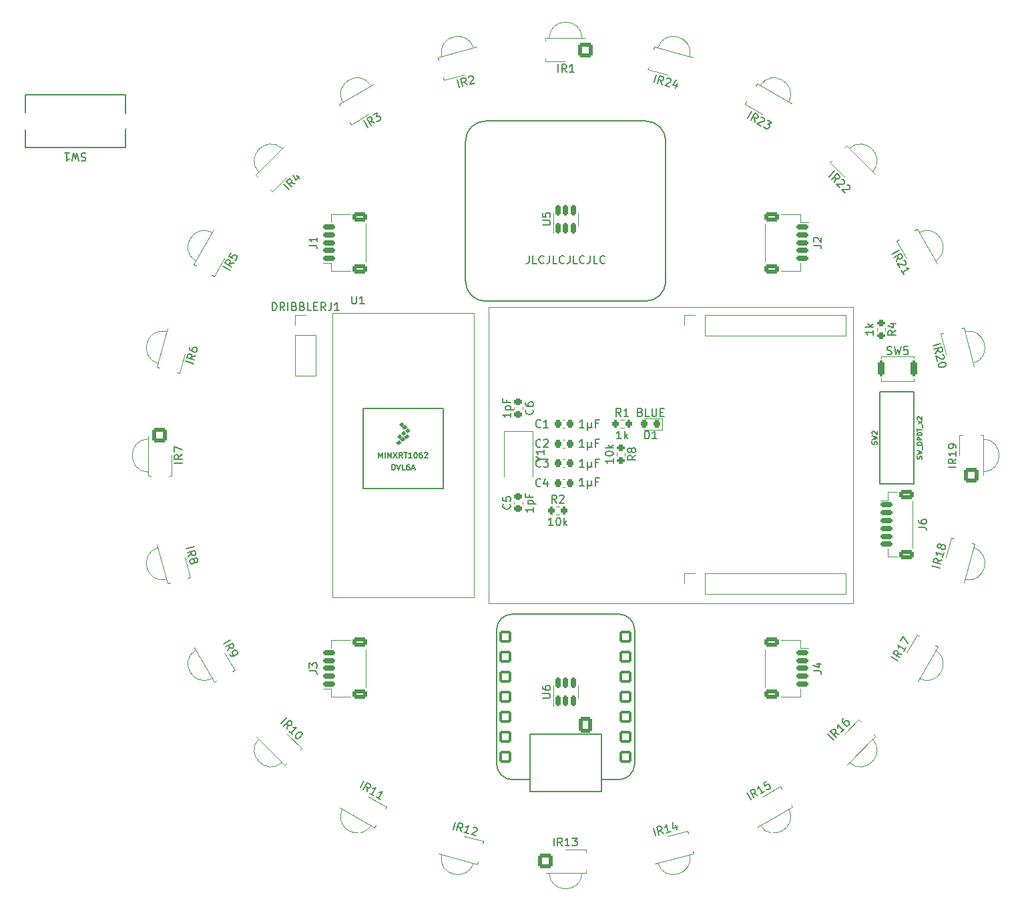
<source format=gto>
G04 #@! TF.GenerationSoftware,KiCad,Pcbnew,7.0.9*
G04 #@! TF.CreationDate,2024-02-22T22:00:58+08:00*
G04 #@! TF.ProjectId,layer3,6c617965-7233-42e6-9b69-6361645f7063,0.1*
G04 #@! TF.SameCoordinates,Original*
G04 #@! TF.FileFunction,Legend,Top*
G04 #@! TF.FilePolarity,Positive*
%FSLAX46Y46*%
G04 Gerber Fmt 4.6, Leading zero omitted, Abs format (unit mm)*
G04 Created by KiCad (PCBNEW 7.0.9) date 2024-02-22 22:00:58*
%MOMM*%
%LPD*%
G01*
G04 APERTURE LIST*
G04 Aperture macros list*
%AMRoundRect*
0 Rectangle with rounded corners*
0 $1 Rounding radius*
0 $2 $3 $4 $5 $6 $7 $8 $9 X,Y pos of 4 corners*
0 Add a 4 corners polygon primitive as box body*
4,1,4,$2,$3,$4,$5,$6,$7,$8,$9,$2,$3,0*
0 Add four circle primitives for the rounded corners*
1,1,$1+$1,$2,$3*
1,1,$1+$1,$4,$5*
1,1,$1+$1,$6,$7*
1,1,$1+$1,$8,$9*
0 Add four rect primitives between the rounded corners*
20,1,$1+$1,$2,$3,$4,$5,0*
20,1,$1+$1,$4,$5,$6,$7,0*
20,1,$1+$1,$6,$7,$8,$9,0*
20,1,$1+$1,$8,$9,$2,$3,0*%
G04 Aperture macros list end*
%ADD10C,0.200000*%
%ADD11C,0.150000*%
%ADD12C,0.127000*%
%ADD13C,0.120000*%
%ADD14C,0.203200*%
%ADD15C,0.100000*%
%ADD16RoundRect,0.250200X0.887643X0.237843X-0.237843X0.887643X-0.887643X-0.237843X0.237843X-0.887643X0*%
%ADD17C,1.800000*%
%ADD18RoundRect,0.250200X0.649800X-0.649800X0.649800X0.649800X-0.649800X0.649800X-0.649800X-0.649800X0*%
%ADD19R,1.700000X1.700000*%
%ADD20O,1.700000X1.700000*%
%ADD21RoundRect,0.218750X0.218750X0.256250X-0.218750X0.256250X-0.218750X-0.256250X0.218750X-0.256250X0*%
%ADD22C,6.400000*%
%ADD23RoundRect,0.250200X-0.795839X0.459478X-0.459478X-0.795839X0.795839X-0.459478X0.459478X0.795839X0*%
%ADD24RoundRect,0.250200X0.887643X-0.237843X0.237843X0.887643X-0.887643X0.237843X-0.237843X-0.887643X0*%
%ADD25RoundRect,0.150000X-0.600000X-0.600000X0.600000X-0.600000X0.600000X0.600000X-0.600000X0.600000X0*%
%ADD26RoundRect,0.150000X0.600000X0.600000X-0.600000X0.600000X-0.600000X-0.600000X0.600000X-0.600000X0*%
%ADD27C,2.082800*%
%ADD28RoundRect,0.225000X-0.225000X-0.250000X0.225000X-0.250000X0.225000X0.250000X-0.225000X0.250000X0*%
%ADD29RoundRect,0.250200X0.459478X-0.795839X0.795839X0.459478X-0.459478X0.795839X-0.795839X-0.459478X0*%
%ADD30RoundRect,0.250200X-0.237843X0.887643X-0.887643X-0.237843X0.237843X-0.887643X0.887643X0.237843X0*%
%ADD31RoundRect,0.225000X-0.250000X0.225000X-0.250000X-0.225000X0.250000X-0.225000X0.250000X0.225000X0*%
%ADD32RoundRect,0.250200X0.795839X0.459478X-0.459478X0.795839X-0.795839X-0.459478X0.459478X-0.795839X0*%
%ADD33C,1.530000*%
%ADD34RoundRect,0.250200X-0.649800X0.649800X-0.649800X-0.649800X0.649800X-0.649800X0.649800X0.649800X0*%
%ADD35RoundRect,0.150000X0.150000X-0.512500X0.150000X0.512500X-0.150000X0.512500X-0.150000X-0.512500X0*%
%ADD36RoundRect,0.200000X-0.200000X-0.275000X0.200000X-0.275000X0.200000X0.275000X-0.200000X0.275000X0*%
%ADD37RoundRect,0.250200X0.000000X-0.918956X0.918956X0.000000X0.000000X0.918956X-0.918956X0.000000X0*%
%ADD38RoundRect,0.250200X0.649800X0.649800X-0.649800X0.649800X-0.649800X-0.649800X0.649800X-0.649800X0*%
%ADD39C,1.778000*%
%ADD40RoundRect,0.250200X-0.237843X-0.887643X0.887643X-0.237843X0.237843X0.887643X-0.887643X0.237843X0*%
%ADD41RoundRect,0.250200X-0.887643X-0.237843X0.237843X-0.887643X0.887643X0.237843X-0.237843X0.887643X0*%
%ADD42RoundRect,0.250200X0.237843X-0.887643X0.887643X0.237843X-0.237843X0.887643X-0.887643X-0.237843X0*%
%ADD43RoundRect,0.250200X0.459478X0.795839X-0.795839X0.459478X-0.459478X-0.795839X0.795839X-0.459478X0*%
%ADD44RoundRect,0.250200X-0.459478X-0.795839X0.795839X-0.459478X0.459478X0.795839X-0.795839X0.459478X0*%
%ADD45RoundRect,0.150000X0.625000X-0.150000X0.625000X0.150000X-0.625000X0.150000X-0.625000X-0.150000X0*%
%ADD46RoundRect,0.250000X0.650000X-0.350000X0.650000X0.350000X-0.650000X0.350000X-0.650000X-0.350000X0*%
%ADD47RoundRect,0.250200X-0.887643X0.237843X-0.237843X-0.887643X0.887643X-0.237843X0.237843X0.887643X0*%
%ADD48RoundRect,0.250200X0.000000X0.918956X-0.918956X0.000000X0.000000X-0.918956X0.918956X0.000000X0*%
%ADD49RoundRect,0.250200X0.918956X0.000000X0.000000X0.918956X-0.918956X0.000000X0.000000X-0.918956X0*%
%ADD50RoundRect,0.225000X0.250000X-0.225000X0.250000X0.225000X-0.250000X0.225000X-0.250000X-0.225000X0*%
%ADD51RoundRect,0.250200X-0.795839X-0.459478X0.459478X-0.795839X0.795839X0.459478X-0.459478X0.795839X0*%
%ADD52RoundRect,0.200000X-0.200000X-0.800000X0.200000X-0.800000X0.200000X0.800000X-0.200000X0.800000X0*%
%ADD53C,3.703200*%
%ADD54R,2.400000X2.000000*%
%ADD55C,0.800000*%
%ADD56RoundRect,0.250200X0.237843X0.887643X-0.887643X0.237843X-0.237843X-0.887643X0.887643X-0.237843X0*%
%ADD57RoundRect,0.200000X-0.275000X0.200000X-0.275000X-0.200000X0.275000X-0.200000X0.275000X0.200000X0*%
%ADD58RoundRect,0.150000X-0.625000X0.150000X-0.625000X-0.150000X0.625000X-0.150000X0.625000X0.150000X0*%
%ADD59RoundRect,0.250000X-0.650000X0.350000X-0.650000X-0.350000X0.650000X-0.350000X0.650000X0.350000X0*%
%ADD60RoundRect,0.250200X-0.459478X0.795839X-0.795839X-0.459478X0.459478X-0.795839X0.795839X0.459478X0*%
%ADD61RoundRect,0.250200X-0.649800X-0.649800X0.649800X-0.649800X0.649800X0.649800X-0.649800X0.649800X0*%
%ADD62RoundRect,0.250200X-0.918956X0.000000X0.000000X-0.918956X0.918956X0.000000X0.000000X0.918956X0*%
%ADD63RoundRect,0.250200X0.795839X-0.459478X0.459478X0.795839X-0.795839X0.459478X-0.459478X-0.795839X0*%
%ADD64RoundRect,0.250000X0.600000X0.725000X-0.600000X0.725000X-0.600000X-0.725000X0.600000X-0.725000X0*%
%ADD65O,1.700000X1.950000*%
G04 APERTURE END LIST*
D10*
X100380951Y-79652219D02*
X100380951Y-80366504D01*
X100380951Y-80366504D02*
X100333332Y-80509361D01*
X100333332Y-80509361D02*
X100238094Y-80604600D01*
X100238094Y-80604600D02*
X100095237Y-80652219D01*
X100095237Y-80652219D02*
X99999999Y-80652219D01*
X101333332Y-80652219D02*
X100857142Y-80652219D01*
X100857142Y-80652219D02*
X100857142Y-79652219D01*
X102238094Y-80556980D02*
X102190475Y-80604600D01*
X102190475Y-80604600D02*
X102047618Y-80652219D01*
X102047618Y-80652219D02*
X101952380Y-80652219D01*
X101952380Y-80652219D02*
X101809523Y-80604600D01*
X101809523Y-80604600D02*
X101714285Y-80509361D01*
X101714285Y-80509361D02*
X101666666Y-80414123D01*
X101666666Y-80414123D02*
X101619047Y-80223647D01*
X101619047Y-80223647D02*
X101619047Y-80080790D01*
X101619047Y-80080790D02*
X101666666Y-79890314D01*
X101666666Y-79890314D02*
X101714285Y-79795076D01*
X101714285Y-79795076D02*
X101809523Y-79699838D01*
X101809523Y-79699838D02*
X101952380Y-79652219D01*
X101952380Y-79652219D02*
X102047618Y-79652219D01*
X102047618Y-79652219D02*
X102190475Y-79699838D01*
X102190475Y-79699838D02*
X102238094Y-79747457D01*
X102952380Y-79652219D02*
X102952380Y-80366504D01*
X102952380Y-80366504D02*
X102904761Y-80509361D01*
X102904761Y-80509361D02*
X102809523Y-80604600D01*
X102809523Y-80604600D02*
X102666666Y-80652219D01*
X102666666Y-80652219D02*
X102571428Y-80652219D01*
X103904761Y-80652219D02*
X103428571Y-80652219D01*
X103428571Y-80652219D02*
X103428571Y-79652219D01*
X104809523Y-80556980D02*
X104761904Y-80604600D01*
X104761904Y-80604600D02*
X104619047Y-80652219D01*
X104619047Y-80652219D02*
X104523809Y-80652219D01*
X104523809Y-80652219D02*
X104380952Y-80604600D01*
X104380952Y-80604600D02*
X104285714Y-80509361D01*
X104285714Y-80509361D02*
X104238095Y-80414123D01*
X104238095Y-80414123D02*
X104190476Y-80223647D01*
X104190476Y-80223647D02*
X104190476Y-80080790D01*
X104190476Y-80080790D02*
X104238095Y-79890314D01*
X104238095Y-79890314D02*
X104285714Y-79795076D01*
X104285714Y-79795076D02*
X104380952Y-79699838D01*
X104380952Y-79699838D02*
X104523809Y-79652219D01*
X104523809Y-79652219D02*
X104619047Y-79652219D01*
X104619047Y-79652219D02*
X104761904Y-79699838D01*
X104761904Y-79699838D02*
X104809523Y-79747457D01*
X105523809Y-79652219D02*
X105523809Y-80366504D01*
X105523809Y-80366504D02*
X105476190Y-80509361D01*
X105476190Y-80509361D02*
X105380952Y-80604600D01*
X105380952Y-80604600D02*
X105238095Y-80652219D01*
X105238095Y-80652219D02*
X105142857Y-80652219D01*
X106476190Y-80652219D02*
X106000000Y-80652219D01*
X106000000Y-80652219D02*
X106000000Y-79652219D01*
X107380952Y-80556980D02*
X107333333Y-80604600D01*
X107333333Y-80604600D02*
X107190476Y-80652219D01*
X107190476Y-80652219D02*
X107095238Y-80652219D01*
X107095238Y-80652219D02*
X106952381Y-80604600D01*
X106952381Y-80604600D02*
X106857143Y-80509361D01*
X106857143Y-80509361D02*
X106809524Y-80414123D01*
X106809524Y-80414123D02*
X106761905Y-80223647D01*
X106761905Y-80223647D02*
X106761905Y-80080790D01*
X106761905Y-80080790D02*
X106809524Y-79890314D01*
X106809524Y-79890314D02*
X106857143Y-79795076D01*
X106857143Y-79795076D02*
X106952381Y-79699838D01*
X106952381Y-79699838D02*
X107095238Y-79652219D01*
X107095238Y-79652219D02*
X107190476Y-79652219D01*
X107190476Y-79652219D02*
X107333333Y-79699838D01*
X107333333Y-79699838D02*
X107380952Y-79747457D01*
X108095238Y-79652219D02*
X108095238Y-80366504D01*
X108095238Y-80366504D02*
X108047619Y-80509361D01*
X108047619Y-80509361D02*
X107952381Y-80604600D01*
X107952381Y-80604600D02*
X107809524Y-80652219D01*
X107809524Y-80652219D02*
X107714286Y-80652219D01*
X109047619Y-80652219D02*
X108571429Y-80652219D01*
X108571429Y-80652219D02*
X108571429Y-79652219D01*
X109952381Y-80556980D02*
X109904762Y-80604600D01*
X109904762Y-80604600D02*
X109761905Y-80652219D01*
X109761905Y-80652219D02*
X109666667Y-80652219D01*
X109666667Y-80652219D02*
X109523810Y-80604600D01*
X109523810Y-80604600D02*
X109428572Y-80509361D01*
X109428572Y-80509361D02*
X109380953Y-80414123D01*
X109380953Y-80414123D02*
X109333334Y-80223647D01*
X109333334Y-80223647D02*
X109333334Y-80080790D01*
X109333334Y-80080790D02*
X109380953Y-79890314D01*
X109380953Y-79890314D02*
X109428572Y-79795076D01*
X109428572Y-79795076D02*
X109523810Y-79699838D01*
X109523810Y-79699838D02*
X109666667Y-79652219D01*
X109666667Y-79652219D02*
X109761905Y-79652219D01*
X109761905Y-79652219D02*
X109904762Y-79699838D01*
X109904762Y-79699838D02*
X109952381Y-79747457D01*
D11*
X128086932Y-62187497D02*
X128586932Y-61321472D01*
X128994197Y-62711306D02*
X128943617Y-62132247D01*
X128499325Y-62425592D02*
X128999325Y-61559567D01*
X128999325Y-61559567D02*
X129329239Y-61750043D01*
X129329239Y-61750043D02*
X129387909Y-61838901D01*
X129387909Y-61838901D02*
X129405338Y-61903950D01*
X129405338Y-61903950D02*
X129398959Y-62010238D01*
X129398959Y-62010238D02*
X129327530Y-62133956D01*
X129327530Y-62133956D02*
X129238672Y-62192625D01*
X129238672Y-62192625D02*
X129173623Y-62210055D01*
X129173623Y-62210055D02*
X129067335Y-62203675D01*
X129067335Y-62203675D02*
X128737420Y-62013199D01*
X129776492Y-62118236D02*
X129841541Y-62100806D01*
X129841541Y-62100806D02*
X129947829Y-62107186D01*
X129947829Y-62107186D02*
X130154026Y-62226233D01*
X130154026Y-62226233D02*
X130212695Y-62315092D01*
X130212695Y-62315092D02*
X130230124Y-62380140D01*
X130230124Y-62380140D02*
X130223745Y-62486429D01*
X130223745Y-62486429D02*
X130176126Y-62568907D01*
X130176126Y-62568907D02*
X130063458Y-62668816D01*
X130063458Y-62668816D02*
X129282872Y-62877973D01*
X129282872Y-62877973D02*
X129818983Y-63187497D01*
X130607658Y-62488138D02*
X131143769Y-62797662D01*
X131143769Y-62797662D02*
X130664618Y-62960910D01*
X130664618Y-62960910D02*
X130788335Y-63032338D01*
X130788335Y-63032338D02*
X130847005Y-63121197D01*
X130847005Y-63121197D02*
X130864434Y-63186245D01*
X130864434Y-63186245D02*
X130858055Y-63292533D01*
X130858055Y-63292533D02*
X130739007Y-63498730D01*
X130739007Y-63498730D02*
X130650149Y-63557399D01*
X130650149Y-63557399D02*
X130585100Y-63574829D01*
X130585100Y-63574829D02*
X130478812Y-63568449D01*
X130478812Y-63568449D02*
X130231376Y-63425592D01*
X130231376Y-63425592D02*
X130172707Y-63336734D01*
X130172707Y-63336734D02*
X130155277Y-63271685D01*
X154529819Y-106492380D02*
X153529819Y-106492380D01*
X154529819Y-105444762D02*
X154053628Y-105778095D01*
X154529819Y-106016190D02*
X153529819Y-106016190D01*
X153529819Y-106016190D02*
X153529819Y-105635238D01*
X153529819Y-105635238D02*
X153577438Y-105540000D01*
X153577438Y-105540000D02*
X153625057Y-105492381D01*
X153625057Y-105492381D02*
X153720295Y-105444762D01*
X153720295Y-105444762D02*
X153863152Y-105444762D01*
X153863152Y-105444762D02*
X153958390Y-105492381D01*
X153958390Y-105492381D02*
X154006009Y-105540000D01*
X154006009Y-105540000D02*
X154053628Y-105635238D01*
X154053628Y-105635238D02*
X154053628Y-106016190D01*
X154529819Y-104492381D02*
X154529819Y-105063809D01*
X154529819Y-104778095D02*
X153529819Y-104778095D01*
X153529819Y-104778095D02*
X153672676Y-104873333D01*
X153672676Y-104873333D02*
X153767914Y-104968571D01*
X153767914Y-104968571D02*
X153815533Y-105063809D01*
X154529819Y-104016190D02*
X154529819Y-103825714D01*
X154529819Y-103825714D02*
X154482200Y-103730476D01*
X154482200Y-103730476D02*
X154434580Y-103682857D01*
X154434580Y-103682857D02*
X154291723Y-103587619D01*
X154291723Y-103587619D02*
X154101247Y-103540000D01*
X154101247Y-103540000D02*
X153720295Y-103540000D01*
X153720295Y-103540000D02*
X153625057Y-103587619D01*
X153625057Y-103587619D02*
X153577438Y-103635238D01*
X153577438Y-103635238D02*
X153529819Y-103730476D01*
X153529819Y-103730476D02*
X153529819Y-103920952D01*
X153529819Y-103920952D02*
X153577438Y-104016190D01*
X153577438Y-104016190D02*
X153625057Y-104063809D01*
X153625057Y-104063809D02*
X153720295Y-104111428D01*
X153720295Y-104111428D02*
X153958390Y-104111428D01*
X153958390Y-104111428D02*
X154053628Y-104063809D01*
X154053628Y-104063809D02*
X154101247Y-104016190D01*
X154101247Y-104016190D02*
X154148866Y-103920952D01*
X154148866Y-103920952D02*
X154148866Y-103730476D01*
X154148866Y-103730476D02*
X154101247Y-103635238D01*
X154101247Y-103635238D02*
X154053628Y-103587619D01*
X154053628Y-103587619D02*
X153958390Y-103540000D01*
X67785714Y-86599819D02*
X67785714Y-85599819D01*
X67785714Y-85599819D02*
X68023809Y-85599819D01*
X68023809Y-85599819D02*
X68166666Y-85647438D01*
X68166666Y-85647438D02*
X68261904Y-85742676D01*
X68261904Y-85742676D02*
X68309523Y-85837914D01*
X68309523Y-85837914D02*
X68357142Y-86028390D01*
X68357142Y-86028390D02*
X68357142Y-86171247D01*
X68357142Y-86171247D02*
X68309523Y-86361723D01*
X68309523Y-86361723D02*
X68261904Y-86456961D01*
X68261904Y-86456961D02*
X68166666Y-86552200D01*
X68166666Y-86552200D02*
X68023809Y-86599819D01*
X68023809Y-86599819D02*
X67785714Y-86599819D01*
X69357142Y-86599819D02*
X69023809Y-86123628D01*
X68785714Y-86599819D02*
X68785714Y-85599819D01*
X68785714Y-85599819D02*
X69166666Y-85599819D01*
X69166666Y-85599819D02*
X69261904Y-85647438D01*
X69261904Y-85647438D02*
X69309523Y-85695057D01*
X69309523Y-85695057D02*
X69357142Y-85790295D01*
X69357142Y-85790295D02*
X69357142Y-85933152D01*
X69357142Y-85933152D02*
X69309523Y-86028390D01*
X69309523Y-86028390D02*
X69261904Y-86076009D01*
X69261904Y-86076009D02*
X69166666Y-86123628D01*
X69166666Y-86123628D02*
X68785714Y-86123628D01*
X69785714Y-86599819D02*
X69785714Y-85599819D01*
X70595237Y-86076009D02*
X70738094Y-86123628D01*
X70738094Y-86123628D02*
X70785713Y-86171247D01*
X70785713Y-86171247D02*
X70833332Y-86266485D01*
X70833332Y-86266485D02*
X70833332Y-86409342D01*
X70833332Y-86409342D02*
X70785713Y-86504580D01*
X70785713Y-86504580D02*
X70738094Y-86552200D01*
X70738094Y-86552200D02*
X70642856Y-86599819D01*
X70642856Y-86599819D02*
X70261904Y-86599819D01*
X70261904Y-86599819D02*
X70261904Y-85599819D01*
X70261904Y-85599819D02*
X70595237Y-85599819D01*
X70595237Y-85599819D02*
X70690475Y-85647438D01*
X70690475Y-85647438D02*
X70738094Y-85695057D01*
X70738094Y-85695057D02*
X70785713Y-85790295D01*
X70785713Y-85790295D02*
X70785713Y-85885533D01*
X70785713Y-85885533D02*
X70738094Y-85980771D01*
X70738094Y-85980771D02*
X70690475Y-86028390D01*
X70690475Y-86028390D02*
X70595237Y-86076009D01*
X70595237Y-86076009D02*
X70261904Y-86076009D01*
X71595237Y-86076009D02*
X71738094Y-86123628D01*
X71738094Y-86123628D02*
X71785713Y-86171247D01*
X71785713Y-86171247D02*
X71833332Y-86266485D01*
X71833332Y-86266485D02*
X71833332Y-86409342D01*
X71833332Y-86409342D02*
X71785713Y-86504580D01*
X71785713Y-86504580D02*
X71738094Y-86552200D01*
X71738094Y-86552200D02*
X71642856Y-86599819D01*
X71642856Y-86599819D02*
X71261904Y-86599819D01*
X71261904Y-86599819D02*
X71261904Y-85599819D01*
X71261904Y-85599819D02*
X71595237Y-85599819D01*
X71595237Y-85599819D02*
X71690475Y-85647438D01*
X71690475Y-85647438D02*
X71738094Y-85695057D01*
X71738094Y-85695057D02*
X71785713Y-85790295D01*
X71785713Y-85790295D02*
X71785713Y-85885533D01*
X71785713Y-85885533D02*
X71738094Y-85980771D01*
X71738094Y-85980771D02*
X71690475Y-86028390D01*
X71690475Y-86028390D02*
X71595237Y-86076009D01*
X71595237Y-86076009D02*
X71261904Y-86076009D01*
X72738094Y-86599819D02*
X72261904Y-86599819D01*
X72261904Y-86599819D02*
X72261904Y-85599819D01*
X73071428Y-86076009D02*
X73404761Y-86076009D01*
X73547618Y-86599819D02*
X73071428Y-86599819D01*
X73071428Y-86599819D02*
X73071428Y-85599819D01*
X73071428Y-85599819D02*
X73547618Y-85599819D01*
X74547618Y-86599819D02*
X74214285Y-86123628D01*
X73976190Y-86599819D02*
X73976190Y-85599819D01*
X73976190Y-85599819D02*
X74357142Y-85599819D01*
X74357142Y-85599819D02*
X74452380Y-85647438D01*
X74452380Y-85647438D02*
X74499999Y-85695057D01*
X74499999Y-85695057D02*
X74547618Y-85790295D01*
X74547618Y-85790295D02*
X74547618Y-85933152D01*
X74547618Y-85933152D02*
X74499999Y-86028390D01*
X74499999Y-86028390D02*
X74452380Y-86076009D01*
X74452380Y-86076009D02*
X74357142Y-86123628D01*
X74357142Y-86123628D02*
X73976190Y-86123628D01*
X75261904Y-85599819D02*
X75261904Y-86314104D01*
X75261904Y-86314104D02*
X75214285Y-86456961D01*
X75214285Y-86456961D02*
X75119047Y-86552200D01*
X75119047Y-86552200D02*
X74976190Y-86599819D01*
X74976190Y-86599819D02*
X74880952Y-86599819D01*
X76261904Y-86599819D02*
X75690476Y-86599819D01*
X75976190Y-86599819D02*
X75976190Y-85599819D01*
X75976190Y-85599819D02*
X75880952Y-85742676D01*
X75880952Y-85742676D02*
X75785714Y-85837914D01*
X75785714Y-85837914D02*
X75690476Y-85885533D01*
X115049405Y-102884819D02*
X115049405Y-101884819D01*
X115049405Y-101884819D02*
X115287500Y-101884819D01*
X115287500Y-101884819D02*
X115430357Y-101932438D01*
X115430357Y-101932438D02*
X115525595Y-102027676D01*
X115525595Y-102027676D02*
X115573214Y-102122914D01*
X115573214Y-102122914D02*
X115620833Y-102313390D01*
X115620833Y-102313390D02*
X115620833Y-102456247D01*
X115620833Y-102456247D02*
X115573214Y-102646723D01*
X115573214Y-102646723D02*
X115525595Y-102741961D01*
X115525595Y-102741961D02*
X115430357Y-102837200D01*
X115430357Y-102837200D02*
X115287500Y-102884819D01*
X115287500Y-102884819D02*
X115049405Y-102884819D01*
X116573214Y-102884819D02*
X116001786Y-102884819D01*
X116287500Y-102884819D02*
X116287500Y-101884819D01*
X116287500Y-101884819D02*
X116192262Y-102027676D01*
X116192262Y-102027676D02*
X116097024Y-102122914D01*
X116097024Y-102122914D02*
X116001786Y-102170533D01*
X114477976Y-99501009D02*
X114620833Y-99548628D01*
X114620833Y-99548628D02*
X114668452Y-99596247D01*
X114668452Y-99596247D02*
X114716071Y-99691485D01*
X114716071Y-99691485D02*
X114716071Y-99834342D01*
X114716071Y-99834342D02*
X114668452Y-99929580D01*
X114668452Y-99929580D02*
X114620833Y-99977200D01*
X114620833Y-99977200D02*
X114525595Y-100024819D01*
X114525595Y-100024819D02*
X114144643Y-100024819D01*
X114144643Y-100024819D02*
X114144643Y-99024819D01*
X114144643Y-99024819D02*
X114477976Y-99024819D01*
X114477976Y-99024819D02*
X114573214Y-99072438D01*
X114573214Y-99072438D02*
X114620833Y-99120057D01*
X114620833Y-99120057D02*
X114668452Y-99215295D01*
X114668452Y-99215295D02*
X114668452Y-99310533D01*
X114668452Y-99310533D02*
X114620833Y-99405771D01*
X114620833Y-99405771D02*
X114573214Y-99453390D01*
X114573214Y-99453390D02*
X114477976Y-99501009D01*
X114477976Y-99501009D02*
X114144643Y-99501009D01*
X115620833Y-100024819D02*
X115144643Y-100024819D01*
X115144643Y-100024819D02*
X115144643Y-99024819D01*
X115954167Y-99024819D02*
X115954167Y-99834342D01*
X115954167Y-99834342D02*
X116001786Y-99929580D01*
X116001786Y-99929580D02*
X116049405Y-99977200D01*
X116049405Y-99977200D02*
X116144643Y-100024819D01*
X116144643Y-100024819D02*
X116335119Y-100024819D01*
X116335119Y-100024819D02*
X116430357Y-99977200D01*
X116430357Y-99977200D02*
X116477976Y-99929580D01*
X116477976Y-99929580D02*
X116525595Y-99834342D01*
X116525595Y-99834342D02*
X116525595Y-99024819D01*
X117001786Y-99501009D02*
X117335119Y-99501009D01*
X117477976Y-100024819D02*
X117001786Y-100024819D01*
X117001786Y-100024819D02*
X117001786Y-99024819D01*
X117001786Y-99024819D02*
X117477976Y-99024819D01*
X56894859Y-116837695D02*
X57860784Y-116578876D01*
X57166002Y-117849617D02*
X57539694Y-117404395D01*
X57018106Y-117297660D02*
X57984031Y-117038841D01*
X57984031Y-117038841D02*
X58082629Y-117406812D01*
X58082629Y-117406812D02*
X58061282Y-117511130D01*
X58061282Y-117511130D02*
X58027610Y-117569451D01*
X58027610Y-117569451D02*
X57947942Y-117640097D01*
X57947942Y-117640097D02*
X57809953Y-117677071D01*
X57809953Y-117677071D02*
X57705635Y-117655724D01*
X57705635Y-117655724D02*
X57647314Y-117622052D01*
X57647314Y-117622052D02*
X57576668Y-117542384D01*
X57576668Y-117542384D02*
X57478070Y-117174412D01*
X57865856Y-118253678D02*
X57887203Y-118149361D01*
X57887203Y-118149361D02*
X57920875Y-118091039D01*
X57920875Y-118091039D02*
X58000543Y-118020394D01*
X58000543Y-118020394D02*
X58046540Y-118008069D01*
X58046540Y-118008069D02*
X58150858Y-118029416D01*
X58150858Y-118029416D02*
X58209179Y-118063088D01*
X58209179Y-118063088D02*
X58279825Y-118142756D01*
X58279825Y-118142756D02*
X58329123Y-118326742D01*
X58329123Y-118326742D02*
X58307776Y-118431059D01*
X58307776Y-118431059D02*
X58274105Y-118489381D01*
X58274105Y-118489381D02*
X58194436Y-118560026D01*
X58194436Y-118560026D02*
X58148440Y-118572351D01*
X58148440Y-118572351D02*
X58044122Y-118551004D01*
X58044122Y-118551004D02*
X57985801Y-118517332D01*
X57985801Y-118517332D02*
X57915155Y-118437664D01*
X57915155Y-118437664D02*
X57865856Y-118253678D01*
X57865856Y-118253678D02*
X57795210Y-118174010D01*
X57795210Y-118174010D02*
X57736889Y-118140338D01*
X57736889Y-118140338D02*
X57632572Y-118118991D01*
X57632572Y-118118991D02*
X57448586Y-118168290D01*
X57448586Y-118168290D02*
X57368918Y-118238936D01*
X57368918Y-118238936D02*
X57335246Y-118297257D01*
X57335246Y-118297257D02*
X57313899Y-118401575D01*
X57313899Y-118401575D02*
X57363198Y-118585561D01*
X57363198Y-118585561D02*
X57433844Y-118665229D01*
X57433844Y-118665229D02*
X57492165Y-118698901D01*
X57492165Y-118698901D02*
X57596482Y-118720248D01*
X57596482Y-118720248D02*
X57780468Y-118670949D01*
X57780468Y-118670949D02*
X57860136Y-118600303D01*
X57860136Y-118600303D02*
X57893808Y-118541982D01*
X57893808Y-118541982D02*
X57915155Y-118437664D01*
X146400121Y-79466751D02*
X147266147Y-78966751D01*
X146923931Y-80374016D02*
X147169657Y-79847245D01*
X146638216Y-79879144D02*
X147504242Y-79379144D01*
X147504242Y-79379144D02*
X147694718Y-79709058D01*
X147694718Y-79709058D02*
X147701098Y-79815347D01*
X147701098Y-79815347D02*
X147683668Y-79880395D01*
X147683668Y-79880395D02*
X147624999Y-79969254D01*
X147624999Y-79969254D02*
X147501281Y-80040682D01*
X147501281Y-80040682D02*
X147394993Y-80047062D01*
X147394993Y-80047062D02*
X147329944Y-80029632D01*
X147329944Y-80029632D02*
X147241086Y-79970963D01*
X147241086Y-79970963D02*
X147050609Y-79641049D01*
X147897954Y-80251549D02*
X147963002Y-80268979D01*
X147963002Y-80268979D02*
X148051861Y-80327648D01*
X148051861Y-80327648D02*
X148170908Y-80533845D01*
X148170908Y-80533845D02*
X148177288Y-80640133D01*
X148177288Y-80640133D02*
X148159858Y-80705182D01*
X148159858Y-80705182D02*
X148101189Y-80794040D01*
X148101189Y-80794040D02*
X148018711Y-80841659D01*
X148018711Y-80841659D02*
X147871183Y-80871848D01*
X147871183Y-80871848D02*
X147090597Y-80662691D01*
X147090597Y-80662691D02*
X147400121Y-81198802D01*
X147876312Y-82023588D02*
X147590597Y-81528716D01*
X147733454Y-81776152D02*
X148599480Y-81276152D01*
X148599480Y-81276152D02*
X148428143Y-81265102D01*
X148428143Y-81265102D02*
X148298045Y-81230242D01*
X148298045Y-81230242D02*
X148209187Y-81171573D01*
D12*
X144452380Y-103568518D02*
X144481408Y-103481433D01*
X144481408Y-103481433D02*
X144481408Y-103336290D01*
X144481408Y-103336290D02*
X144452380Y-103278233D01*
X144452380Y-103278233D02*
X144423351Y-103249204D01*
X144423351Y-103249204D02*
X144365294Y-103220175D01*
X144365294Y-103220175D02*
X144307237Y-103220175D01*
X144307237Y-103220175D02*
X144249180Y-103249204D01*
X144249180Y-103249204D02*
X144220151Y-103278233D01*
X144220151Y-103278233D02*
X144191122Y-103336290D01*
X144191122Y-103336290D02*
X144162094Y-103452404D01*
X144162094Y-103452404D02*
X144133065Y-103510461D01*
X144133065Y-103510461D02*
X144104037Y-103539490D01*
X144104037Y-103539490D02*
X144045980Y-103568518D01*
X144045980Y-103568518D02*
X143987922Y-103568518D01*
X143987922Y-103568518D02*
X143929865Y-103539490D01*
X143929865Y-103539490D02*
X143900837Y-103510461D01*
X143900837Y-103510461D02*
X143871808Y-103452404D01*
X143871808Y-103452404D02*
X143871808Y-103307261D01*
X143871808Y-103307261D02*
X143900837Y-103220175D01*
X143871808Y-103016976D02*
X144481408Y-102871833D01*
X144481408Y-102871833D02*
X144045980Y-102755719D01*
X144045980Y-102755719D02*
X144481408Y-102639604D01*
X144481408Y-102639604D02*
X143871808Y-102494462D01*
X143929865Y-102291261D02*
X143900837Y-102262233D01*
X143900837Y-102262233D02*
X143871808Y-102204176D01*
X143871808Y-102204176D02*
X143871808Y-102059033D01*
X143871808Y-102059033D02*
X143900837Y-102000976D01*
X143900837Y-102000976D02*
X143929865Y-101971947D01*
X143929865Y-101971947D02*
X143987922Y-101942918D01*
X143987922Y-101942918D02*
X144045980Y-101942918D01*
X144045980Y-101942918D02*
X144133065Y-101971947D01*
X144133065Y-101971947D02*
X144481408Y-102320290D01*
X144481408Y-102320290D02*
X144481408Y-101942918D01*
X150167380Y-105426346D02*
X150196408Y-105339261D01*
X150196408Y-105339261D02*
X150196408Y-105194118D01*
X150196408Y-105194118D02*
X150167380Y-105136061D01*
X150167380Y-105136061D02*
X150138351Y-105107032D01*
X150138351Y-105107032D02*
X150080294Y-105078003D01*
X150080294Y-105078003D02*
X150022237Y-105078003D01*
X150022237Y-105078003D02*
X149964180Y-105107032D01*
X149964180Y-105107032D02*
X149935151Y-105136061D01*
X149935151Y-105136061D02*
X149906122Y-105194118D01*
X149906122Y-105194118D02*
X149877094Y-105310232D01*
X149877094Y-105310232D02*
X149848065Y-105368289D01*
X149848065Y-105368289D02*
X149819037Y-105397318D01*
X149819037Y-105397318D02*
X149760980Y-105426346D01*
X149760980Y-105426346D02*
X149702922Y-105426346D01*
X149702922Y-105426346D02*
X149644865Y-105397318D01*
X149644865Y-105397318D02*
X149615837Y-105368289D01*
X149615837Y-105368289D02*
X149586808Y-105310232D01*
X149586808Y-105310232D02*
X149586808Y-105165089D01*
X149586808Y-105165089D02*
X149615837Y-105078003D01*
X149586808Y-104874804D02*
X150196408Y-104729661D01*
X150196408Y-104729661D02*
X149760980Y-104613547D01*
X149760980Y-104613547D02*
X150196408Y-104497432D01*
X150196408Y-104497432D02*
X149586808Y-104352290D01*
X150254465Y-104265204D02*
X150254465Y-103800746D01*
X150196408Y-103655604D02*
X149586808Y-103655604D01*
X149586808Y-103655604D02*
X149586808Y-103510461D01*
X149586808Y-103510461D02*
X149615837Y-103423375D01*
X149615837Y-103423375D02*
X149673894Y-103365318D01*
X149673894Y-103365318D02*
X149731951Y-103336289D01*
X149731951Y-103336289D02*
X149848065Y-103307261D01*
X149848065Y-103307261D02*
X149935151Y-103307261D01*
X149935151Y-103307261D02*
X150051265Y-103336289D01*
X150051265Y-103336289D02*
X150109322Y-103365318D01*
X150109322Y-103365318D02*
X150167380Y-103423375D01*
X150167380Y-103423375D02*
X150196408Y-103510461D01*
X150196408Y-103510461D02*
X150196408Y-103655604D01*
X150196408Y-103046004D02*
X149586808Y-103046004D01*
X149586808Y-103046004D02*
X149586808Y-102813775D01*
X149586808Y-102813775D02*
X149615837Y-102755718D01*
X149615837Y-102755718D02*
X149644865Y-102726689D01*
X149644865Y-102726689D02*
X149702922Y-102697661D01*
X149702922Y-102697661D02*
X149790008Y-102697661D01*
X149790008Y-102697661D02*
X149848065Y-102726689D01*
X149848065Y-102726689D02*
X149877094Y-102755718D01*
X149877094Y-102755718D02*
X149906122Y-102813775D01*
X149906122Y-102813775D02*
X149906122Y-103046004D01*
X150196408Y-102436404D02*
X149586808Y-102436404D01*
X149586808Y-102436404D02*
X149586808Y-102291261D01*
X149586808Y-102291261D02*
X149615837Y-102204175D01*
X149615837Y-102204175D02*
X149673894Y-102146118D01*
X149673894Y-102146118D02*
X149731951Y-102117089D01*
X149731951Y-102117089D02*
X149848065Y-102088061D01*
X149848065Y-102088061D02*
X149935151Y-102088061D01*
X149935151Y-102088061D02*
X150051265Y-102117089D01*
X150051265Y-102117089D02*
X150109322Y-102146118D01*
X150109322Y-102146118D02*
X150167380Y-102204175D01*
X150167380Y-102204175D02*
X150196408Y-102291261D01*
X150196408Y-102291261D02*
X150196408Y-102436404D01*
X149586808Y-101913889D02*
X149586808Y-101565547D01*
X150196408Y-101739718D02*
X149586808Y-101739718D01*
X150254465Y-101507490D02*
X150254465Y-101043032D01*
X150196408Y-100955947D02*
X149790008Y-100636633D01*
X149790008Y-100955947D02*
X150196408Y-100636633D01*
X149644865Y-100433432D02*
X149615837Y-100404404D01*
X149615837Y-100404404D02*
X149586808Y-100346347D01*
X149586808Y-100346347D02*
X149586808Y-100201204D01*
X149586808Y-100201204D02*
X149615837Y-100143147D01*
X149615837Y-100143147D02*
X149644865Y-100114118D01*
X149644865Y-100114118D02*
X149702922Y-100085089D01*
X149702922Y-100085089D02*
X149760980Y-100085089D01*
X149760980Y-100085089D02*
X149848065Y-100114118D01*
X149848065Y-100114118D02*
X150196408Y-100462461D01*
X150196408Y-100462461D02*
X150196408Y-100085089D01*
D11*
X101833333Y-101359580D02*
X101785714Y-101407200D01*
X101785714Y-101407200D02*
X101642857Y-101454819D01*
X101642857Y-101454819D02*
X101547619Y-101454819D01*
X101547619Y-101454819D02*
X101404762Y-101407200D01*
X101404762Y-101407200D02*
X101309524Y-101311961D01*
X101309524Y-101311961D02*
X101261905Y-101216723D01*
X101261905Y-101216723D02*
X101214286Y-101026247D01*
X101214286Y-101026247D02*
X101214286Y-100883390D01*
X101214286Y-100883390D02*
X101261905Y-100692914D01*
X101261905Y-100692914D02*
X101309524Y-100597676D01*
X101309524Y-100597676D02*
X101404762Y-100502438D01*
X101404762Y-100502438D02*
X101547619Y-100454819D01*
X101547619Y-100454819D02*
X101642857Y-100454819D01*
X101642857Y-100454819D02*
X101785714Y-100502438D01*
X101785714Y-100502438D02*
X101833333Y-100550057D01*
X102785714Y-101454819D02*
X102214286Y-101454819D01*
X102500000Y-101454819D02*
X102500000Y-100454819D01*
X102500000Y-100454819D02*
X102404762Y-100597676D01*
X102404762Y-100597676D02*
X102309524Y-100692914D01*
X102309524Y-100692914D02*
X102214286Y-100740533D01*
X107333333Y-101454819D02*
X106761905Y-101454819D01*
X107047619Y-101454819D02*
X107047619Y-100454819D01*
X107047619Y-100454819D02*
X106952381Y-100597676D01*
X106952381Y-100597676D02*
X106857143Y-100692914D01*
X106857143Y-100692914D02*
X106761905Y-100740533D01*
X107761905Y-100788152D02*
X107761905Y-101788152D01*
X108238095Y-101311961D02*
X108285714Y-101407200D01*
X108285714Y-101407200D02*
X108380952Y-101454819D01*
X107761905Y-101311961D02*
X107809524Y-101407200D01*
X107809524Y-101407200D02*
X107904762Y-101454819D01*
X107904762Y-101454819D02*
X108095238Y-101454819D01*
X108095238Y-101454819D02*
X108190476Y-101407200D01*
X108190476Y-101407200D02*
X108238095Y-101311961D01*
X108238095Y-101311961D02*
X108238095Y-100788152D01*
X109142857Y-100931009D02*
X108809524Y-100931009D01*
X108809524Y-101454819D02*
X108809524Y-100454819D01*
X108809524Y-100454819D02*
X109285714Y-100454819D01*
X152455874Y-119260788D02*
X151489948Y-119001969D01*
X152727018Y-118248867D02*
X152180780Y-118447595D01*
X152579121Y-118800824D02*
X151613195Y-118542005D01*
X151613195Y-118542005D02*
X151711793Y-118174033D01*
X151711793Y-118174033D02*
X151782439Y-118094365D01*
X151782439Y-118094365D02*
X151840760Y-118060693D01*
X151840760Y-118060693D02*
X151945078Y-118039346D01*
X151945078Y-118039346D02*
X152083067Y-118076321D01*
X152083067Y-118076321D02*
X152162735Y-118146966D01*
X152162735Y-118146966D02*
X152196407Y-118205288D01*
X152196407Y-118205288D02*
X152217754Y-118309605D01*
X152217754Y-118309605D02*
X152119157Y-118677577D01*
X152973512Y-117328937D02*
X152825616Y-117880895D01*
X152899564Y-117604916D02*
X151933638Y-117346097D01*
X151933638Y-117346097D02*
X152046978Y-117475064D01*
X152046978Y-117475064D02*
X152114321Y-117591706D01*
X152114321Y-117591706D02*
X152135669Y-117696024D01*
X152569451Y-116629083D02*
X152498805Y-116708751D01*
X152498805Y-116708751D02*
X152440484Y-116742423D01*
X152440484Y-116742423D02*
X152336166Y-116763770D01*
X152336166Y-116763770D02*
X152290170Y-116751445D01*
X152290170Y-116751445D02*
X152210502Y-116680799D01*
X152210502Y-116680799D02*
X152176830Y-116622478D01*
X152176830Y-116622478D02*
X152155483Y-116518161D01*
X152155483Y-116518161D02*
X152204782Y-116334175D01*
X152204782Y-116334175D02*
X152275428Y-116254506D01*
X152275428Y-116254506D02*
X152333749Y-116220835D01*
X152333749Y-116220835D02*
X152438067Y-116199488D01*
X152438067Y-116199488D02*
X152484063Y-116211812D01*
X152484063Y-116211812D02*
X152563731Y-116282458D01*
X152563731Y-116282458D02*
X152597403Y-116340779D01*
X152597403Y-116340779D02*
X152618750Y-116445097D01*
X152618750Y-116445097D02*
X152569451Y-116629083D01*
X152569451Y-116629083D02*
X152590798Y-116733401D01*
X152590798Y-116733401D02*
X152624470Y-116791722D01*
X152624470Y-116791722D02*
X152704138Y-116862368D01*
X152704138Y-116862368D02*
X152888124Y-116911667D01*
X152888124Y-116911667D02*
X152992442Y-116890320D01*
X152992442Y-116890320D02*
X153050763Y-116856648D01*
X153050763Y-116856648D02*
X153121409Y-116776980D01*
X153121409Y-116776980D02*
X153170708Y-116592994D01*
X153170708Y-116592994D02*
X153149361Y-116488676D01*
X153149361Y-116488676D02*
X153115689Y-116430355D01*
X153115689Y-116430355D02*
X153036021Y-116359709D01*
X153036021Y-116359709D02*
X152852035Y-116310410D01*
X152852035Y-116310410D02*
X152747717Y-116331757D01*
X152747717Y-116331757D02*
X152689396Y-116365429D01*
X152689396Y-116365429D02*
X152618750Y-116445097D01*
X62425592Y-81500673D02*
X61559567Y-81000673D01*
X62949402Y-80593409D02*
X62370342Y-80643989D01*
X62663687Y-81088281D02*
X61797662Y-80588281D01*
X61797662Y-80588281D02*
X61988138Y-80258366D01*
X61988138Y-80258366D02*
X62076997Y-80199697D01*
X62076997Y-80199697D02*
X62142045Y-80182267D01*
X62142045Y-80182267D02*
X62248334Y-80188647D01*
X62248334Y-80188647D02*
X62372051Y-80260076D01*
X62372051Y-80260076D02*
X62430721Y-80348934D01*
X62430721Y-80348934D02*
X62448150Y-80413983D01*
X62448150Y-80413983D02*
X62441771Y-80520271D01*
X62441771Y-80520271D02*
X62251294Y-80850185D01*
X62535757Y-79309862D02*
X62297662Y-79722255D01*
X62297662Y-79722255D02*
X62686246Y-80001590D01*
X62686246Y-80001590D02*
X62668816Y-79936541D01*
X62668816Y-79936541D02*
X62675196Y-79830253D01*
X62675196Y-79830253D02*
X62794243Y-79624056D01*
X62794243Y-79624056D02*
X62883102Y-79565387D01*
X62883102Y-79565387D02*
X62948150Y-79547957D01*
X62948150Y-79547957D02*
X63054438Y-79554337D01*
X63054438Y-79554337D02*
X63260635Y-79673385D01*
X63260635Y-79673385D02*
X63319304Y-79762243D01*
X63319304Y-79762243D02*
X63336734Y-79827292D01*
X63336734Y-79827292D02*
X63330354Y-79933580D01*
X63330354Y-79933580D02*
X63211307Y-80139777D01*
X63211307Y-80139777D02*
X63122448Y-80198446D01*
X63122448Y-80198446D02*
X63057399Y-80215875D01*
X100789580Y-99166666D02*
X100837200Y-99214285D01*
X100837200Y-99214285D02*
X100884819Y-99357142D01*
X100884819Y-99357142D02*
X100884819Y-99452380D01*
X100884819Y-99452380D02*
X100837200Y-99595237D01*
X100837200Y-99595237D02*
X100741961Y-99690475D01*
X100741961Y-99690475D02*
X100646723Y-99738094D01*
X100646723Y-99738094D02*
X100456247Y-99785713D01*
X100456247Y-99785713D02*
X100313390Y-99785713D01*
X100313390Y-99785713D02*
X100122914Y-99738094D01*
X100122914Y-99738094D02*
X100027676Y-99690475D01*
X100027676Y-99690475D02*
X99932438Y-99595237D01*
X99932438Y-99595237D02*
X99884819Y-99452380D01*
X99884819Y-99452380D02*
X99884819Y-99357142D01*
X99884819Y-99357142D02*
X99932438Y-99214285D01*
X99932438Y-99214285D02*
X99980057Y-99166666D01*
X99884819Y-98309523D02*
X99884819Y-98499999D01*
X99884819Y-98499999D02*
X99932438Y-98595237D01*
X99932438Y-98595237D02*
X99980057Y-98642856D01*
X99980057Y-98642856D02*
X100122914Y-98738094D01*
X100122914Y-98738094D02*
X100313390Y-98785713D01*
X100313390Y-98785713D02*
X100694342Y-98785713D01*
X100694342Y-98785713D02*
X100789580Y-98738094D01*
X100789580Y-98738094D02*
X100837200Y-98690475D01*
X100837200Y-98690475D02*
X100884819Y-98595237D01*
X100884819Y-98595237D02*
X100884819Y-98404761D01*
X100884819Y-98404761D02*
X100837200Y-98309523D01*
X100837200Y-98309523D02*
X100789580Y-98261904D01*
X100789580Y-98261904D02*
X100694342Y-98214285D01*
X100694342Y-98214285D02*
X100456247Y-98214285D01*
X100456247Y-98214285D02*
X100361009Y-98261904D01*
X100361009Y-98261904D02*
X100313390Y-98309523D01*
X100313390Y-98309523D02*
X100265771Y-98404761D01*
X100265771Y-98404761D02*
X100265771Y-98595237D01*
X100265771Y-98595237D02*
X100313390Y-98690475D01*
X100313390Y-98690475D02*
X100361009Y-98738094D01*
X100361009Y-98738094D02*
X100456247Y-98785713D01*
X98024819Y-99595238D02*
X98024819Y-100166666D01*
X98024819Y-99880952D02*
X97024819Y-99880952D01*
X97024819Y-99880952D02*
X97167676Y-99976190D01*
X97167676Y-99976190D02*
X97262914Y-100071428D01*
X97262914Y-100071428D02*
X97310533Y-100166666D01*
X97358152Y-99166666D02*
X98358152Y-99166666D01*
X97405771Y-99166666D02*
X97358152Y-99071428D01*
X97358152Y-99071428D02*
X97358152Y-98880952D01*
X97358152Y-98880952D02*
X97405771Y-98785714D01*
X97405771Y-98785714D02*
X97453390Y-98738095D01*
X97453390Y-98738095D02*
X97548628Y-98690476D01*
X97548628Y-98690476D02*
X97834342Y-98690476D01*
X97834342Y-98690476D02*
X97929580Y-98738095D01*
X97929580Y-98738095D02*
X97977200Y-98785714D01*
X97977200Y-98785714D02*
X98024819Y-98880952D01*
X98024819Y-98880952D02*
X98024819Y-99071428D01*
X98024819Y-99071428D02*
X97977200Y-99166666D01*
X97501009Y-97928571D02*
X97501009Y-98261904D01*
X98024819Y-98261904D02*
X97024819Y-98261904D01*
X97024819Y-98261904D02*
X97024819Y-97785714D01*
X116219573Y-57670960D02*
X116478392Y-56705034D01*
X117231494Y-57942104D02*
X117032766Y-57395866D01*
X116679537Y-57794207D02*
X116938356Y-56828281D01*
X116938356Y-56828281D02*
X117306328Y-56926879D01*
X117306328Y-56926879D02*
X117385996Y-56997525D01*
X117385996Y-56997525D02*
X117419668Y-57055846D01*
X117419668Y-57055846D02*
X117441015Y-57160164D01*
X117441015Y-57160164D02*
X117404040Y-57298153D01*
X117404040Y-57298153D02*
X117333395Y-57377821D01*
X117333395Y-57377821D02*
X117275073Y-57411493D01*
X117275073Y-57411493D02*
X117170756Y-57432840D01*
X117170756Y-57432840D02*
X116802784Y-57334243D01*
X117833636Y-57166769D02*
X117891957Y-57133097D01*
X117891957Y-57133097D02*
X117996275Y-57111750D01*
X117996275Y-57111750D02*
X118226257Y-57173373D01*
X118226257Y-57173373D02*
X118305925Y-57244019D01*
X118305925Y-57244019D02*
X118339597Y-57302341D01*
X118339597Y-57302341D02*
X118360944Y-57406658D01*
X118360944Y-57406658D02*
X118336295Y-57498651D01*
X118336295Y-57498651D02*
X118253324Y-57624316D01*
X118253324Y-57624316D02*
X117553470Y-58028377D01*
X117553470Y-58028377D02*
X118151424Y-58188598D01*
X119151906Y-57766492D02*
X118979360Y-58410443D01*
X119020522Y-57336897D02*
X118605669Y-57965221D01*
X118605669Y-57965221D02*
X119203623Y-58125442D01*
X77903095Y-84769819D02*
X77903095Y-85579342D01*
X77903095Y-85579342D02*
X77950714Y-85674580D01*
X77950714Y-85674580D02*
X77998333Y-85722200D01*
X77998333Y-85722200D02*
X78093571Y-85769819D01*
X78093571Y-85769819D02*
X78284047Y-85769819D01*
X78284047Y-85769819D02*
X78379285Y-85722200D01*
X78379285Y-85722200D02*
X78426904Y-85674580D01*
X78426904Y-85674580D02*
X78474523Y-85579342D01*
X78474523Y-85579342D02*
X78474523Y-84769819D01*
X79474523Y-85769819D02*
X78903095Y-85769819D01*
X79188809Y-85769819D02*
X79188809Y-84769819D01*
X79188809Y-84769819D02*
X79093571Y-84912676D01*
X79093571Y-84912676D02*
X78998333Y-85007914D01*
X78998333Y-85007914D02*
X78903095Y-85055533D01*
X82979999Y-106840033D02*
X82979999Y-106140033D01*
X82979999Y-106140033D02*
X83146666Y-106140033D01*
X83146666Y-106140033D02*
X83246666Y-106173366D01*
X83246666Y-106173366D02*
X83313333Y-106240033D01*
X83313333Y-106240033D02*
X83346666Y-106306700D01*
X83346666Y-106306700D02*
X83379999Y-106440033D01*
X83379999Y-106440033D02*
X83379999Y-106540033D01*
X83379999Y-106540033D02*
X83346666Y-106673366D01*
X83346666Y-106673366D02*
X83313333Y-106740033D01*
X83313333Y-106740033D02*
X83246666Y-106806700D01*
X83246666Y-106806700D02*
X83146666Y-106840033D01*
X83146666Y-106840033D02*
X82979999Y-106840033D01*
X83579999Y-106140033D02*
X83813333Y-106840033D01*
X83813333Y-106840033D02*
X84046666Y-106140033D01*
X84613333Y-106840033D02*
X84279999Y-106840033D01*
X84279999Y-106840033D02*
X84279999Y-106140033D01*
X85146666Y-106140033D02*
X85013333Y-106140033D01*
X85013333Y-106140033D02*
X84946666Y-106173366D01*
X84946666Y-106173366D02*
X84913333Y-106206700D01*
X84913333Y-106206700D02*
X84846666Y-106306700D01*
X84846666Y-106306700D02*
X84813333Y-106440033D01*
X84813333Y-106440033D02*
X84813333Y-106706700D01*
X84813333Y-106706700D02*
X84846666Y-106773366D01*
X84846666Y-106773366D02*
X84880000Y-106806700D01*
X84880000Y-106806700D02*
X84946666Y-106840033D01*
X84946666Y-106840033D02*
X85080000Y-106840033D01*
X85080000Y-106840033D02*
X85146666Y-106806700D01*
X85146666Y-106806700D02*
X85180000Y-106773366D01*
X85180000Y-106773366D02*
X85213333Y-106706700D01*
X85213333Y-106706700D02*
X85213333Y-106540033D01*
X85213333Y-106540033D02*
X85180000Y-106473366D01*
X85180000Y-106473366D02*
X85146666Y-106440033D01*
X85146666Y-106440033D02*
X85080000Y-106406700D01*
X85080000Y-106406700D02*
X84946666Y-106406700D01*
X84946666Y-106406700D02*
X84880000Y-106440033D01*
X84880000Y-106440033D02*
X84846666Y-106473366D01*
X84846666Y-106473366D02*
X84813333Y-106540033D01*
X85480000Y-106640033D02*
X85813333Y-106640033D01*
X85413333Y-106840033D02*
X85646667Y-106140033D01*
X85646667Y-106140033D02*
X85880000Y-106840033D01*
X81296666Y-105316033D02*
X81296666Y-104616033D01*
X81296666Y-104616033D02*
X81530000Y-105116033D01*
X81530000Y-105116033D02*
X81763333Y-104616033D01*
X81763333Y-104616033D02*
X81763333Y-105316033D01*
X82096666Y-105316033D02*
X82096666Y-104616033D01*
X82429999Y-105316033D02*
X82429999Y-104616033D01*
X82429999Y-104616033D02*
X82663333Y-105116033D01*
X82663333Y-105116033D02*
X82896666Y-104616033D01*
X82896666Y-104616033D02*
X82896666Y-105316033D01*
X83163333Y-104616033D02*
X83629999Y-105316033D01*
X83629999Y-104616033D02*
X83163333Y-105316033D01*
X84296666Y-105316033D02*
X84063333Y-104982700D01*
X83896666Y-105316033D02*
X83896666Y-104616033D01*
X83896666Y-104616033D02*
X84163333Y-104616033D01*
X84163333Y-104616033D02*
X84230000Y-104649366D01*
X84230000Y-104649366D02*
X84263333Y-104682700D01*
X84263333Y-104682700D02*
X84296666Y-104749366D01*
X84296666Y-104749366D02*
X84296666Y-104849366D01*
X84296666Y-104849366D02*
X84263333Y-104916033D01*
X84263333Y-104916033D02*
X84230000Y-104949366D01*
X84230000Y-104949366D02*
X84163333Y-104982700D01*
X84163333Y-104982700D02*
X83896666Y-104982700D01*
X84496666Y-104616033D02*
X84896666Y-104616033D01*
X84696666Y-105316033D02*
X84696666Y-104616033D01*
X85496666Y-105316033D02*
X85096666Y-105316033D01*
X85296666Y-105316033D02*
X85296666Y-104616033D01*
X85296666Y-104616033D02*
X85229999Y-104716033D01*
X85229999Y-104716033D02*
X85163333Y-104782700D01*
X85163333Y-104782700D02*
X85096666Y-104816033D01*
X85930000Y-104616033D02*
X85996666Y-104616033D01*
X85996666Y-104616033D02*
X86063333Y-104649366D01*
X86063333Y-104649366D02*
X86096666Y-104682700D01*
X86096666Y-104682700D02*
X86130000Y-104749366D01*
X86130000Y-104749366D02*
X86163333Y-104882700D01*
X86163333Y-104882700D02*
X86163333Y-105049366D01*
X86163333Y-105049366D02*
X86130000Y-105182700D01*
X86130000Y-105182700D02*
X86096666Y-105249366D01*
X86096666Y-105249366D02*
X86063333Y-105282700D01*
X86063333Y-105282700D02*
X85996666Y-105316033D01*
X85996666Y-105316033D02*
X85930000Y-105316033D01*
X85930000Y-105316033D02*
X85863333Y-105282700D01*
X85863333Y-105282700D02*
X85830000Y-105249366D01*
X85830000Y-105249366D02*
X85796666Y-105182700D01*
X85796666Y-105182700D02*
X85763333Y-105049366D01*
X85763333Y-105049366D02*
X85763333Y-104882700D01*
X85763333Y-104882700D02*
X85796666Y-104749366D01*
X85796666Y-104749366D02*
X85830000Y-104682700D01*
X85830000Y-104682700D02*
X85863333Y-104649366D01*
X85863333Y-104649366D02*
X85930000Y-104616033D01*
X86763333Y-104616033D02*
X86630000Y-104616033D01*
X86630000Y-104616033D02*
X86563333Y-104649366D01*
X86563333Y-104649366D02*
X86530000Y-104682700D01*
X86530000Y-104682700D02*
X86463333Y-104782700D01*
X86463333Y-104782700D02*
X86430000Y-104916033D01*
X86430000Y-104916033D02*
X86430000Y-105182700D01*
X86430000Y-105182700D02*
X86463333Y-105249366D01*
X86463333Y-105249366D02*
X86496667Y-105282700D01*
X86496667Y-105282700D02*
X86563333Y-105316033D01*
X86563333Y-105316033D02*
X86696667Y-105316033D01*
X86696667Y-105316033D02*
X86763333Y-105282700D01*
X86763333Y-105282700D02*
X86796667Y-105249366D01*
X86796667Y-105249366D02*
X86830000Y-105182700D01*
X86830000Y-105182700D02*
X86830000Y-105016033D01*
X86830000Y-105016033D02*
X86796667Y-104949366D01*
X86796667Y-104949366D02*
X86763333Y-104916033D01*
X86763333Y-104916033D02*
X86696667Y-104882700D01*
X86696667Y-104882700D02*
X86563333Y-104882700D01*
X86563333Y-104882700D02*
X86496667Y-104916033D01*
X86496667Y-104916033D02*
X86463333Y-104949366D01*
X86463333Y-104949366D02*
X86430000Y-105016033D01*
X87096667Y-104682700D02*
X87130000Y-104649366D01*
X87130000Y-104649366D02*
X87196667Y-104616033D01*
X87196667Y-104616033D02*
X87363334Y-104616033D01*
X87363334Y-104616033D02*
X87430000Y-104649366D01*
X87430000Y-104649366D02*
X87463334Y-104682700D01*
X87463334Y-104682700D02*
X87496667Y-104749366D01*
X87496667Y-104749366D02*
X87496667Y-104816033D01*
X87496667Y-104816033D02*
X87463334Y-104916033D01*
X87463334Y-104916033D02*
X87063334Y-105316033D01*
X87063334Y-105316033D02*
X87496667Y-105316033D01*
X101833333Y-103859580D02*
X101785714Y-103907200D01*
X101785714Y-103907200D02*
X101642857Y-103954819D01*
X101642857Y-103954819D02*
X101547619Y-103954819D01*
X101547619Y-103954819D02*
X101404762Y-103907200D01*
X101404762Y-103907200D02*
X101309524Y-103811961D01*
X101309524Y-103811961D02*
X101261905Y-103716723D01*
X101261905Y-103716723D02*
X101214286Y-103526247D01*
X101214286Y-103526247D02*
X101214286Y-103383390D01*
X101214286Y-103383390D02*
X101261905Y-103192914D01*
X101261905Y-103192914D02*
X101309524Y-103097676D01*
X101309524Y-103097676D02*
X101404762Y-103002438D01*
X101404762Y-103002438D02*
X101547619Y-102954819D01*
X101547619Y-102954819D02*
X101642857Y-102954819D01*
X101642857Y-102954819D02*
X101785714Y-103002438D01*
X101785714Y-103002438D02*
X101833333Y-103050057D01*
X102214286Y-103050057D02*
X102261905Y-103002438D01*
X102261905Y-103002438D02*
X102357143Y-102954819D01*
X102357143Y-102954819D02*
X102595238Y-102954819D01*
X102595238Y-102954819D02*
X102690476Y-103002438D01*
X102690476Y-103002438D02*
X102738095Y-103050057D01*
X102738095Y-103050057D02*
X102785714Y-103145295D01*
X102785714Y-103145295D02*
X102785714Y-103240533D01*
X102785714Y-103240533D02*
X102738095Y-103383390D01*
X102738095Y-103383390D02*
X102166667Y-103954819D01*
X102166667Y-103954819D02*
X102785714Y-103954819D01*
X107333333Y-103954819D02*
X106761905Y-103954819D01*
X107047619Y-103954819D02*
X107047619Y-102954819D01*
X107047619Y-102954819D02*
X106952381Y-103097676D01*
X106952381Y-103097676D02*
X106857143Y-103192914D01*
X106857143Y-103192914D02*
X106761905Y-103240533D01*
X107761905Y-103288152D02*
X107761905Y-104288152D01*
X108238095Y-103811961D02*
X108285714Y-103907200D01*
X108285714Y-103907200D02*
X108380952Y-103954819D01*
X107761905Y-103811961D02*
X107809524Y-103907200D01*
X107809524Y-103907200D02*
X107904762Y-103954819D01*
X107904762Y-103954819D02*
X108095238Y-103954819D01*
X108095238Y-103954819D02*
X108190476Y-103907200D01*
X108190476Y-103907200D02*
X108238095Y-103811961D01*
X108238095Y-103811961D02*
X108238095Y-103288152D01*
X109142857Y-103431009D02*
X108809524Y-103431009D01*
X108809524Y-103954819D02*
X108809524Y-102954819D01*
X108809524Y-102954819D02*
X109285714Y-102954819D01*
X56379819Y-105936189D02*
X55379819Y-105936189D01*
X56379819Y-104888571D02*
X55903628Y-105221904D01*
X56379819Y-105459999D02*
X55379819Y-105459999D01*
X55379819Y-105459999D02*
X55379819Y-105079047D01*
X55379819Y-105079047D02*
X55427438Y-104983809D01*
X55427438Y-104983809D02*
X55475057Y-104936190D01*
X55475057Y-104936190D02*
X55570295Y-104888571D01*
X55570295Y-104888571D02*
X55713152Y-104888571D01*
X55713152Y-104888571D02*
X55808390Y-104936190D01*
X55808390Y-104936190D02*
X55856009Y-104983809D01*
X55856009Y-104983809D02*
X55903628Y-105079047D01*
X55903628Y-105079047D02*
X55903628Y-105459999D01*
X55379819Y-104555237D02*
X55379819Y-103888571D01*
X55379819Y-103888571D02*
X56379819Y-104317142D01*
X102054819Y-75761904D02*
X102864342Y-75761904D01*
X102864342Y-75761904D02*
X102959580Y-75714285D01*
X102959580Y-75714285D02*
X103007200Y-75666666D01*
X103007200Y-75666666D02*
X103054819Y-75571428D01*
X103054819Y-75571428D02*
X103054819Y-75380952D01*
X103054819Y-75380952D02*
X103007200Y-75285714D01*
X103007200Y-75285714D02*
X102959580Y-75238095D01*
X102959580Y-75238095D02*
X102864342Y-75190476D01*
X102864342Y-75190476D02*
X102054819Y-75190476D01*
X102054819Y-74238095D02*
X102054819Y-74714285D01*
X102054819Y-74714285D02*
X102531009Y-74761904D01*
X102531009Y-74761904D02*
X102483390Y-74714285D01*
X102483390Y-74714285D02*
X102435771Y-74619047D01*
X102435771Y-74619047D02*
X102435771Y-74380952D01*
X102435771Y-74380952D02*
X102483390Y-74285714D01*
X102483390Y-74285714D02*
X102531009Y-74238095D01*
X102531009Y-74238095D02*
X102626247Y-74190476D01*
X102626247Y-74190476D02*
X102864342Y-74190476D01*
X102864342Y-74190476D02*
X102959580Y-74238095D01*
X102959580Y-74238095D02*
X103007200Y-74285714D01*
X103007200Y-74285714D02*
X103054819Y-74380952D01*
X103054819Y-74380952D02*
X103054819Y-74619047D01*
X103054819Y-74619047D02*
X103007200Y-74714285D01*
X103007200Y-74714285D02*
X102959580Y-74761904D01*
X103833333Y-111024819D02*
X103500000Y-110548628D01*
X103261905Y-111024819D02*
X103261905Y-110024819D01*
X103261905Y-110024819D02*
X103642857Y-110024819D01*
X103642857Y-110024819D02*
X103738095Y-110072438D01*
X103738095Y-110072438D02*
X103785714Y-110120057D01*
X103785714Y-110120057D02*
X103833333Y-110215295D01*
X103833333Y-110215295D02*
X103833333Y-110358152D01*
X103833333Y-110358152D02*
X103785714Y-110453390D01*
X103785714Y-110453390D02*
X103738095Y-110501009D01*
X103738095Y-110501009D02*
X103642857Y-110548628D01*
X103642857Y-110548628D02*
X103261905Y-110548628D01*
X104214286Y-110120057D02*
X104261905Y-110072438D01*
X104261905Y-110072438D02*
X104357143Y-110024819D01*
X104357143Y-110024819D02*
X104595238Y-110024819D01*
X104595238Y-110024819D02*
X104690476Y-110072438D01*
X104690476Y-110072438D02*
X104738095Y-110120057D01*
X104738095Y-110120057D02*
X104785714Y-110215295D01*
X104785714Y-110215295D02*
X104785714Y-110310533D01*
X104785714Y-110310533D02*
X104738095Y-110453390D01*
X104738095Y-110453390D02*
X104166667Y-111024819D01*
X104166667Y-111024819D02*
X104785714Y-111024819D01*
X103404761Y-113884819D02*
X102833333Y-113884819D01*
X103119047Y-113884819D02*
X103119047Y-112884819D01*
X103119047Y-112884819D02*
X103023809Y-113027676D01*
X103023809Y-113027676D02*
X102928571Y-113122914D01*
X102928571Y-113122914D02*
X102833333Y-113170533D01*
X104023809Y-112884819D02*
X104119047Y-112884819D01*
X104119047Y-112884819D02*
X104214285Y-112932438D01*
X104214285Y-112932438D02*
X104261904Y-112980057D01*
X104261904Y-112980057D02*
X104309523Y-113075295D01*
X104309523Y-113075295D02*
X104357142Y-113265771D01*
X104357142Y-113265771D02*
X104357142Y-113503866D01*
X104357142Y-113503866D02*
X104309523Y-113694342D01*
X104309523Y-113694342D02*
X104261904Y-113789580D01*
X104261904Y-113789580D02*
X104214285Y-113837200D01*
X104214285Y-113837200D02*
X104119047Y-113884819D01*
X104119047Y-113884819D02*
X104023809Y-113884819D01*
X104023809Y-113884819D02*
X103928571Y-113837200D01*
X103928571Y-113837200D02*
X103880952Y-113789580D01*
X103880952Y-113789580D02*
X103833333Y-113694342D01*
X103833333Y-113694342D02*
X103785714Y-113503866D01*
X103785714Y-113503866D02*
X103785714Y-113265771D01*
X103785714Y-113265771D02*
X103833333Y-113075295D01*
X103833333Y-113075295D02*
X103880952Y-112980057D01*
X103880952Y-112980057D02*
X103928571Y-112932438D01*
X103928571Y-112932438D02*
X104023809Y-112884819D01*
X104785714Y-113884819D02*
X104785714Y-112884819D01*
X104880952Y-113503866D02*
X105166666Y-113884819D01*
X105166666Y-113218152D02*
X104785714Y-113599104D01*
X138967598Y-141078143D02*
X138260491Y-140371037D01*
X139708376Y-140337365D02*
X139135956Y-140236350D01*
X139304315Y-140741426D02*
X138597208Y-140034319D01*
X138597208Y-140034319D02*
X138866582Y-139764945D01*
X138866582Y-139764945D02*
X138967598Y-139731274D01*
X138967598Y-139731274D02*
X139034941Y-139731274D01*
X139034941Y-139731274D02*
X139135956Y-139764945D01*
X139135956Y-139764945D02*
X139236972Y-139865961D01*
X139236972Y-139865961D02*
X139270643Y-139966976D01*
X139270643Y-139966976D02*
X139270643Y-140034319D01*
X139270643Y-140034319D02*
X139236972Y-140135335D01*
X139236972Y-140135335D02*
X138967598Y-140404709D01*
X140381811Y-139663930D02*
X139977750Y-140067991D01*
X140179781Y-139865961D02*
X139472674Y-139158854D01*
X139472674Y-139158854D02*
X139506346Y-139327213D01*
X139506346Y-139327213D02*
X139506346Y-139461900D01*
X139506346Y-139461900D02*
X139472674Y-139562915D01*
X140280796Y-138350732D02*
X140146109Y-138485419D01*
X140146109Y-138485419D02*
X140112437Y-138586434D01*
X140112437Y-138586434D02*
X140112437Y-138653778D01*
X140112437Y-138653778D02*
X140146109Y-138822136D01*
X140146109Y-138822136D02*
X140247124Y-138990495D01*
X140247124Y-138990495D02*
X140516498Y-139259869D01*
X140516498Y-139259869D02*
X140617513Y-139293541D01*
X140617513Y-139293541D02*
X140684857Y-139293541D01*
X140684857Y-139293541D02*
X140785872Y-139259869D01*
X140785872Y-139259869D02*
X140920559Y-139125182D01*
X140920559Y-139125182D02*
X140954231Y-139024167D01*
X140954231Y-139024167D02*
X140954231Y-138956823D01*
X140954231Y-138956823D02*
X140920559Y-138855808D01*
X140920559Y-138855808D02*
X140752200Y-138687449D01*
X140752200Y-138687449D02*
X140651185Y-138653778D01*
X140651185Y-138653778D02*
X140583842Y-138653778D01*
X140583842Y-138653778D02*
X140482826Y-138687449D01*
X140482826Y-138687449D02*
X140348139Y-138822136D01*
X140348139Y-138822136D02*
X140314468Y-138923152D01*
X140314468Y-138923152D02*
X140314468Y-138990495D01*
X140314468Y-138990495D02*
X140348139Y-139091510D01*
X101833333Y-106359580D02*
X101785714Y-106407200D01*
X101785714Y-106407200D02*
X101642857Y-106454819D01*
X101642857Y-106454819D02*
X101547619Y-106454819D01*
X101547619Y-106454819D02*
X101404762Y-106407200D01*
X101404762Y-106407200D02*
X101309524Y-106311961D01*
X101309524Y-106311961D02*
X101261905Y-106216723D01*
X101261905Y-106216723D02*
X101214286Y-106026247D01*
X101214286Y-106026247D02*
X101214286Y-105883390D01*
X101214286Y-105883390D02*
X101261905Y-105692914D01*
X101261905Y-105692914D02*
X101309524Y-105597676D01*
X101309524Y-105597676D02*
X101404762Y-105502438D01*
X101404762Y-105502438D02*
X101547619Y-105454819D01*
X101547619Y-105454819D02*
X101642857Y-105454819D01*
X101642857Y-105454819D02*
X101785714Y-105502438D01*
X101785714Y-105502438D02*
X101833333Y-105550057D01*
X102166667Y-105454819D02*
X102785714Y-105454819D01*
X102785714Y-105454819D02*
X102452381Y-105835771D01*
X102452381Y-105835771D02*
X102595238Y-105835771D01*
X102595238Y-105835771D02*
X102690476Y-105883390D01*
X102690476Y-105883390D02*
X102738095Y-105931009D01*
X102738095Y-105931009D02*
X102785714Y-106026247D01*
X102785714Y-106026247D02*
X102785714Y-106264342D01*
X102785714Y-106264342D02*
X102738095Y-106359580D01*
X102738095Y-106359580D02*
X102690476Y-106407200D01*
X102690476Y-106407200D02*
X102595238Y-106454819D01*
X102595238Y-106454819D02*
X102309524Y-106454819D01*
X102309524Y-106454819D02*
X102214286Y-106407200D01*
X102214286Y-106407200D02*
X102166667Y-106359580D01*
X107333333Y-106454819D02*
X106761905Y-106454819D01*
X107047619Y-106454819D02*
X107047619Y-105454819D01*
X107047619Y-105454819D02*
X106952381Y-105597676D01*
X106952381Y-105597676D02*
X106857143Y-105692914D01*
X106857143Y-105692914D02*
X106761905Y-105740533D01*
X107761905Y-105788152D02*
X107761905Y-106788152D01*
X108238095Y-106311961D02*
X108285714Y-106407200D01*
X108285714Y-106407200D02*
X108380952Y-106454819D01*
X107761905Y-106311961D02*
X107809524Y-106407200D01*
X107809524Y-106407200D02*
X107904762Y-106454819D01*
X107904762Y-106454819D02*
X108095238Y-106454819D01*
X108095238Y-106454819D02*
X108190476Y-106407200D01*
X108190476Y-106407200D02*
X108238095Y-106311961D01*
X108238095Y-106311961D02*
X108238095Y-105788152D01*
X109142857Y-105931009D02*
X108809524Y-105931009D01*
X108809524Y-106454819D02*
X108809524Y-105454819D01*
X108809524Y-105454819D02*
X109285714Y-105454819D01*
X104063810Y-56379819D02*
X104063810Y-55379819D01*
X105111428Y-56379819D02*
X104778095Y-55903628D01*
X104540000Y-56379819D02*
X104540000Y-55379819D01*
X104540000Y-55379819D02*
X104920952Y-55379819D01*
X104920952Y-55379819D02*
X105016190Y-55427438D01*
X105016190Y-55427438D02*
X105063809Y-55475057D01*
X105063809Y-55475057D02*
X105111428Y-55570295D01*
X105111428Y-55570295D02*
X105111428Y-55713152D01*
X105111428Y-55713152D02*
X105063809Y-55808390D01*
X105063809Y-55808390D02*
X105016190Y-55856009D01*
X105016190Y-55856009D02*
X104920952Y-55903628D01*
X104920952Y-55903628D02*
X104540000Y-55903628D01*
X106063809Y-56379819D02*
X105492381Y-56379819D01*
X105778095Y-56379819D02*
X105778095Y-55379819D01*
X105778095Y-55379819D02*
X105682857Y-55522676D01*
X105682857Y-55522676D02*
X105587619Y-55617914D01*
X105587619Y-55617914D02*
X105492381Y-55665533D01*
X128472469Y-148640272D02*
X127972469Y-147774246D01*
X129379734Y-148116462D02*
X128852963Y-147870736D01*
X128884862Y-148402177D02*
X128384862Y-147536151D01*
X128384862Y-147536151D02*
X128714776Y-147345675D01*
X128714776Y-147345675D02*
X128821065Y-147339295D01*
X128821065Y-147339295D02*
X128886113Y-147356725D01*
X128886113Y-147356725D02*
X128974972Y-147415394D01*
X128974972Y-147415394D02*
X129046400Y-147539112D01*
X129046400Y-147539112D02*
X129052780Y-147645400D01*
X129052780Y-147645400D02*
X129035350Y-147710449D01*
X129035350Y-147710449D02*
X128976681Y-147799307D01*
X128976681Y-147799307D02*
X128646767Y-147989784D01*
X130204520Y-147640272D02*
X129709648Y-147925986D01*
X129957084Y-147783129D02*
X129457084Y-146917104D01*
X129457084Y-146917104D02*
X129446034Y-147088441D01*
X129446034Y-147088441D02*
X129411174Y-147218538D01*
X129411174Y-147218538D02*
X129352505Y-147307397D01*
X130488067Y-146321866D02*
X130075674Y-146559961D01*
X130075674Y-146559961D02*
X130272530Y-146996163D01*
X130272530Y-146996163D02*
X130289959Y-146931115D01*
X130289959Y-146931115D02*
X130348628Y-146842256D01*
X130348628Y-146842256D02*
X130554825Y-146723209D01*
X130554825Y-146723209D02*
X130661113Y-146716829D01*
X130661113Y-146716829D02*
X130726162Y-146734259D01*
X130726162Y-146734259D02*
X130815020Y-146792928D01*
X130815020Y-146792928D02*
X130934068Y-146999124D01*
X130934068Y-146999124D02*
X130940448Y-147105412D01*
X130940448Y-147105412D02*
X130923018Y-147170461D01*
X130923018Y-147170461D02*
X130864349Y-147259320D01*
X130864349Y-147259320D02*
X130658152Y-147378367D01*
X130658152Y-147378367D02*
X130551864Y-147384747D01*
X130551864Y-147384747D02*
X130486815Y-147367317D01*
X78942650Y-147147891D02*
X79442650Y-146281866D01*
X79849915Y-147671700D02*
X79799335Y-147092641D01*
X79355043Y-147385986D02*
X79855043Y-146519961D01*
X79855043Y-146519961D02*
X80184957Y-146710437D01*
X80184957Y-146710437D02*
X80243627Y-146799295D01*
X80243627Y-146799295D02*
X80261056Y-146864344D01*
X80261056Y-146864344D02*
X80254677Y-146970632D01*
X80254677Y-146970632D02*
X80183248Y-147094350D01*
X80183248Y-147094350D02*
X80094390Y-147153019D01*
X80094390Y-147153019D02*
X80029341Y-147170449D01*
X80029341Y-147170449D02*
X79923053Y-147164069D01*
X79923053Y-147164069D02*
X79593138Y-146973593D01*
X80674701Y-148147891D02*
X80179829Y-147862176D01*
X80427265Y-148005034D02*
X80927265Y-147139008D01*
X80927265Y-147139008D02*
X80773358Y-147215107D01*
X80773358Y-147215107D02*
X80643260Y-147249967D01*
X80643260Y-147249967D02*
X80536972Y-147243587D01*
X81499487Y-148624081D02*
X81004615Y-148338367D01*
X81252051Y-148481224D02*
X81752051Y-147615199D01*
X81752051Y-147615199D02*
X81598144Y-147691298D01*
X81598144Y-147691298D02*
X81468046Y-147726157D01*
X81468046Y-147726157D02*
X81361758Y-147719777D01*
X147147891Y-131057349D02*
X146281866Y-130557349D01*
X147671700Y-130150084D02*
X147092641Y-130200664D01*
X147385986Y-130644956D02*
X146519961Y-130144956D01*
X146519961Y-130144956D02*
X146710437Y-129815042D01*
X146710437Y-129815042D02*
X146799295Y-129756372D01*
X146799295Y-129756372D02*
X146864344Y-129738943D01*
X146864344Y-129738943D02*
X146970632Y-129745322D01*
X146970632Y-129745322D02*
X147094350Y-129816751D01*
X147094350Y-129816751D02*
X147153019Y-129905609D01*
X147153019Y-129905609D02*
X147170449Y-129970658D01*
X147170449Y-129970658D02*
X147164069Y-130076946D01*
X147164069Y-130076946D02*
X146973593Y-130406861D01*
X148147891Y-129325298D02*
X147862176Y-129820170D01*
X148005034Y-129572734D02*
X147139008Y-129072734D01*
X147139008Y-129072734D02*
X147215107Y-129226641D01*
X147215107Y-129226641D02*
X147249967Y-129356739D01*
X147249967Y-129356739D02*
X147243587Y-129463027D01*
X147448532Y-128536623D02*
X147781865Y-127959273D01*
X147781865Y-127959273D02*
X148433605Y-128830427D01*
X91511881Y-58278814D02*
X91253062Y-57312889D01*
X92523803Y-58007671D02*
X92078581Y-57633979D01*
X91971846Y-58155567D02*
X91713027Y-57189642D01*
X91713027Y-57189642D02*
X92080998Y-57091044D01*
X92080998Y-57091044D02*
X92185316Y-57112391D01*
X92185316Y-57112391D02*
X92243637Y-57146063D01*
X92243637Y-57146063D02*
X92314283Y-57225731D01*
X92314283Y-57225731D02*
X92351257Y-57363720D01*
X92351257Y-57363720D02*
X92329910Y-57468038D01*
X92329910Y-57468038D02*
X92296238Y-57526359D01*
X92296238Y-57526359D02*
X92216570Y-57597005D01*
X92216570Y-57597005D02*
X91848598Y-57695603D01*
X92657605Y-57035140D02*
X92691277Y-56976819D01*
X92691277Y-56976819D02*
X92770945Y-56906173D01*
X92770945Y-56906173D02*
X93000928Y-56844550D01*
X93000928Y-56844550D02*
X93105245Y-56865897D01*
X93105245Y-56865897D02*
X93163567Y-56899568D01*
X93163567Y-56899568D02*
X93234212Y-56979237D01*
X93234212Y-56979237D02*
X93258862Y-57071229D01*
X93258862Y-57071229D02*
X93249840Y-57221544D01*
X93249840Y-57221544D02*
X92845779Y-57921398D01*
X92845779Y-57921398D02*
X93443733Y-57761176D01*
X116377730Y-153228388D02*
X116118911Y-152262462D01*
X117389652Y-152957244D02*
X116944430Y-152583552D01*
X116837694Y-153105141D02*
X116578875Y-152139215D01*
X116578875Y-152139215D02*
X116946847Y-152040617D01*
X116946847Y-152040617D02*
X117051165Y-152061964D01*
X117051165Y-152061964D02*
X117109486Y-152095636D01*
X117109486Y-152095636D02*
X117180132Y-152175304D01*
X117180132Y-152175304D02*
X117217106Y-152313294D01*
X117217106Y-152313294D02*
X117195759Y-152417611D01*
X117195759Y-152417611D02*
X117162087Y-152475932D01*
X117162087Y-152475932D02*
X117082419Y-152546578D01*
X117082419Y-152546578D02*
X116714447Y-152645176D01*
X118309581Y-152710750D02*
X117757624Y-152858646D01*
X118033603Y-152784698D02*
X117774784Y-151818772D01*
X117774784Y-151818772D02*
X117719765Y-151981411D01*
X117719765Y-151981411D02*
X117652421Y-152098053D01*
X117652421Y-152098053D02*
X117572753Y-152168699D01*
X118964972Y-151844954D02*
X119137518Y-152488905D01*
X118636392Y-151538606D02*
X118591280Y-152290177D01*
X118591280Y-152290177D02*
X119189234Y-152129955D01*
X102054819Y-135761904D02*
X102864342Y-135761904D01*
X102864342Y-135761904D02*
X102959580Y-135714285D01*
X102959580Y-135714285D02*
X103007200Y-135666666D01*
X103007200Y-135666666D02*
X103054819Y-135571428D01*
X103054819Y-135571428D02*
X103054819Y-135380952D01*
X103054819Y-135380952D02*
X103007200Y-135285714D01*
X103007200Y-135285714D02*
X102959580Y-135238095D01*
X102959580Y-135238095D02*
X102864342Y-135190476D01*
X102864342Y-135190476D02*
X102054819Y-135190476D01*
X102054819Y-134285714D02*
X102054819Y-134476190D01*
X102054819Y-134476190D02*
X102102438Y-134571428D01*
X102102438Y-134571428D02*
X102150057Y-134619047D01*
X102150057Y-134619047D02*
X102292914Y-134714285D01*
X102292914Y-134714285D02*
X102483390Y-134761904D01*
X102483390Y-134761904D02*
X102864342Y-134761904D01*
X102864342Y-134761904D02*
X102959580Y-134714285D01*
X102959580Y-134714285D02*
X103007200Y-134666666D01*
X103007200Y-134666666D02*
X103054819Y-134571428D01*
X103054819Y-134571428D02*
X103054819Y-134380952D01*
X103054819Y-134380952D02*
X103007200Y-134285714D01*
X103007200Y-134285714D02*
X102959580Y-134238095D01*
X102959580Y-134238095D02*
X102864342Y-134190476D01*
X102864342Y-134190476D02*
X102626247Y-134190476D01*
X102626247Y-134190476D02*
X102531009Y-134238095D01*
X102531009Y-134238095D02*
X102483390Y-134285714D01*
X102483390Y-134285714D02*
X102435771Y-134380952D01*
X102435771Y-134380952D02*
X102435771Y-134571428D01*
X102435771Y-134571428D02*
X102483390Y-134666666D01*
X102483390Y-134666666D02*
X102531009Y-134714285D01*
X102531009Y-134714285D02*
X102626247Y-134761904D01*
X72474819Y-132333333D02*
X73189104Y-132333333D01*
X73189104Y-132333333D02*
X73331961Y-132380952D01*
X73331961Y-132380952D02*
X73427200Y-132476190D01*
X73427200Y-132476190D02*
X73474819Y-132619047D01*
X73474819Y-132619047D02*
X73474819Y-132714285D01*
X72474819Y-131952380D02*
X72474819Y-131333333D01*
X72474819Y-131333333D02*
X72855771Y-131666666D01*
X72855771Y-131666666D02*
X72855771Y-131523809D01*
X72855771Y-131523809D02*
X72903390Y-131428571D01*
X72903390Y-131428571D02*
X72951009Y-131380952D01*
X72951009Y-131380952D02*
X73046247Y-131333333D01*
X73046247Y-131333333D02*
X73284342Y-131333333D01*
X73284342Y-131333333D02*
X73379580Y-131380952D01*
X73379580Y-131380952D02*
X73427200Y-131428571D01*
X73427200Y-131428571D02*
X73474819Y-131523809D01*
X73474819Y-131523809D02*
X73474819Y-131809523D01*
X73474819Y-131809523D02*
X73427200Y-131904761D01*
X73427200Y-131904761D02*
X73379580Y-131952380D01*
X61597823Y-128884863D02*
X62463848Y-128384863D01*
X62121632Y-129792127D02*
X62367358Y-129265357D01*
X61835918Y-129297256D02*
X62701943Y-128797256D01*
X62701943Y-128797256D02*
X62892419Y-129127170D01*
X62892419Y-129127170D02*
X62898799Y-129233458D01*
X62898799Y-129233458D02*
X62881369Y-129298507D01*
X62881369Y-129298507D02*
X62822700Y-129387365D01*
X62822700Y-129387365D02*
X62698982Y-129458794D01*
X62698982Y-129458794D02*
X62592694Y-129465174D01*
X62592694Y-129465174D02*
X62527645Y-129447744D01*
X62527645Y-129447744D02*
X62438787Y-129389075D01*
X62438787Y-129389075D02*
X62248311Y-129059160D01*
X62359727Y-130204520D02*
X62454965Y-130369477D01*
X62454965Y-130369477D02*
X62543824Y-130428147D01*
X62543824Y-130428147D02*
X62608873Y-130445576D01*
X62608873Y-130445576D02*
X62780210Y-130456626D01*
X62780210Y-130456626D02*
X62968976Y-130402628D01*
X62968976Y-130402628D02*
X63298891Y-130212151D01*
X63298891Y-130212151D02*
X63357560Y-130123293D01*
X63357560Y-130123293D02*
X63374990Y-130058244D01*
X63374990Y-130058244D02*
X63368610Y-129951956D01*
X63368610Y-129951956D02*
X63273372Y-129786999D01*
X63273372Y-129786999D02*
X63184513Y-129728330D01*
X63184513Y-129728330D02*
X63119465Y-129710900D01*
X63119465Y-129710900D02*
X63013176Y-129717280D01*
X63013176Y-129717280D02*
X62806980Y-129836327D01*
X62806980Y-129836327D02*
X62748311Y-129925186D01*
X62748311Y-129925186D02*
X62730881Y-129990235D01*
X62730881Y-129990235D02*
X62737261Y-130096523D01*
X62737261Y-130096523D02*
X62832499Y-130261480D01*
X62832499Y-130261480D02*
X62921357Y-130320149D01*
X62921357Y-130320149D02*
X62986406Y-130337579D01*
X62986406Y-130337579D02*
X63092694Y-130331199D01*
X69958354Y-71282326D02*
X69251247Y-70575219D01*
X70699132Y-70541547D02*
X70126712Y-70440532D01*
X70295071Y-70945608D02*
X69587964Y-70238502D01*
X69587964Y-70238502D02*
X69857338Y-69969128D01*
X69857338Y-69969128D02*
X69958353Y-69935456D01*
X69958353Y-69935456D02*
X70025697Y-69935456D01*
X70025697Y-69935456D02*
X70126712Y-69969128D01*
X70126712Y-69969128D02*
X70227727Y-70070143D01*
X70227727Y-70070143D02*
X70261399Y-70171158D01*
X70261399Y-70171158D02*
X70261399Y-70238502D01*
X70261399Y-70238502D02*
X70227727Y-70339517D01*
X70227727Y-70339517D02*
X69958353Y-70608891D01*
X70833819Y-69464051D02*
X71305223Y-69935456D01*
X70396086Y-69363036D02*
X70732804Y-70036471D01*
X70732804Y-70036471D02*
X71170536Y-69598738D01*
X138380956Y-69621636D02*
X139088062Y-68914529D01*
X139121734Y-70362414D02*
X139222749Y-69789994D01*
X138717673Y-69958353D02*
X139424780Y-69251246D01*
X139424780Y-69251246D02*
X139694154Y-69520620D01*
X139694154Y-69520620D02*
X139727825Y-69621636D01*
X139727825Y-69621636D02*
X139727825Y-69688979D01*
X139727825Y-69688979D02*
X139694154Y-69789994D01*
X139694154Y-69789994D02*
X139593138Y-69891010D01*
X139593138Y-69891010D02*
X139492123Y-69924681D01*
X139492123Y-69924681D02*
X139424780Y-69924681D01*
X139424780Y-69924681D02*
X139323764Y-69891010D01*
X139323764Y-69891010D02*
X139054390Y-69621636D01*
X140030871Y-69992025D02*
X140098215Y-69992025D01*
X140098215Y-69992025D02*
X140199230Y-70025697D01*
X140199230Y-70025697D02*
X140367589Y-70194055D01*
X140367589Y-70194055D02*
X140401260Y-70295071D01*
X140401260Y-70295071D02*
X140401260Y-70362414D01*
X140401260Y-70362414D02*
X140367589Y-70463429D01*
X140367589Y-70463429D02*
X140300245Y-70530773D01*
X140300245Y-70530773D02*
X140165558Y-70598116D01*
X140165558Y-70598116D02*
X139357436Y-70598116D01*
X139357436Y-70598116D02*
X139795169Y-71035849D01*
X140704306Y-70665460D02*
X140771650Y-70665460D01*
X140771650Y-70665460D02*
X140872665Y-70699132D01*
X140872665Y-70699132D02*
X141041024Y-70867490D01*
X141041024Y-70867490D02*
X141074695Y-70968506D01*
X141074695Y-70968506D02*
X141074695Y-71035849D01*
X141074695Y-71035849D02*
X141041024Y-71136864D01*
X141041024Y-71136864D02*
X140973680Y-71204208D01*
X140973680Y-71204208D02*
X140838993Y-71271551D01*
X140838993Y-71271551D02*
X140030871Y-71271551D01*
X140030871Y-71271551D02*
X140468604Y-71709284D01*
X97929580Y-111166666D02*
X97977200Y-111214285D01*
X97977200Y-111214285D02*
X98024819Y-111357142D01*
X98024819Y-111357142D02*
X98024819Y-111452380D01*
X98024819Y-111452380D02*
X97977200Y-111595237D01*
X97977200Y-111595237D02*
X97881961Y-111690475D01*
X97881961Y-111690475D02*
X97786723Y-111738094D01*
X97786723Y-111738094D02*
X97596247Y-111785713D01*
X97596247Y-111785713D02*
X97453390Y-111785713D01*
X97453390Y-111785713D02*
X97262914Y-111738094D01*
X97262914Y-111738094D02*
X97167676Y-111690475D01*
X97167676Y-111690475D02*
X97072438Y-111595237D01*
X97072438Y-111595237D02*
X97024819Y-111452380D01*
X97024819Y-111452380D02*
X97024819Y-111357142D01*
X97024819Y-111357142D02*
X97072438Y-111214285D01*
X97072438Y-111214285D02*
X97120057Y-111166666D01*
X97024819Y-110261904D02*
X97024819Y-110738094D01*
X97024819Y-110738094D02*
X97501009Y-110785713D01*
X97501009Y-110785713D02*
X97453390Y-110738094D01*
X97453390Y-110738094D02*
X97405771Y-110642856D01*
X97405771Y-110642856D02*
X97405771Y-110404761D01*
X97405771Y-110404761D02*
X97453390Y-110309523D01*
X97453390Y-110309523D02*
X97501009Y-110261904D01*
X97501009Y-110261904D02*
X97596247Y-110214285D01*
X97596247Y-110214285D02*
X97834342Y-110214285D01*
X97834342Y-110214285D02*
X97929580Y-110261904D01*
X97929580Y-110261904D02*
X97977200Y-110309523D01*
X97977200Y-110309523D02*
X98024819Y-110404761D01*
X98024819Y-110404761D02*
X98024819Y-110642856D01*
X98024819Y-110642856D02*
X97977200Y-110738094D01*
X97977200Y-110738094D02*
X97929580Y-110785713D01*
X100884819Y-111595238D02*
X100884819Y-112166666D01*
X100884819Y-111880952D02*
X99884819Y-111880952D01*
X99884819Y-111880952D02*
X100027676Y-111976190D01*
X100027676Y-111976190D02*
X100122914Y-112071428D01*
X100122914Y-112071428D02*
X100170533Y-112166666D01*
X100218152Y-111166666D02*
X101218152Y-111166666D01*
X100265771Y-111166666D02*
X100218152Y-111071428D01*
X100218152Y-111071428D02*
X100218152Y-110880952D01*
X100218152Y-110880952D02*
X100265771Y-110785714D01*
X100265771Y-110785714D02*
X100313390Y-110738095D01*
X100313390Y-110738095D02*
X100408628Y-110690476D01*
X100408628Y-110690476D02*
X100694342Y-110690476D01*
X100694342Y-110690476D02*
X100789580Y-110738095D01*
X100789580Y-110738095D02*
X100837200Y-110785714D01*
X100837200Y-110785714D02*
X100884819Y-110880952D01*
X100884819Y-110880952D02*
X100884819Y-111071428D01*
X100884819Y-111071428D02*
X100837200Y-111166666D01*
X100361009Y-109928571D02*
X100361009Y-110261904D01*
X100884819Y-110261904D02*
X99884819Y-110261904D01*
X99884819Y-110261904D02*
X99884819Y-109785714D01*
X90739211Y-152455874D02*
X90998030Y-151489948D01*
X91751132Y-152727018D02*
X91552404Y-152180780D01*
X91199175Y-152579121D02*
X91457994Y-151613195D01*
X91457994Y-151613195D02*
X91825966Y-151711793D01*
X91825966Y-151711793D02*
X91905634Y-151782439D01*
X91905634Y-151782439D02*
X91939306Y-151840760D01*
X91939306Y-151840760D02*
X91960653Y-151945078D01*
X91960653Y-151945078D02*
X91923678Y-152083067D01*
X91923678Y-152083067D02*
X91853033Y-152162735D01*
X91853033Y-152162735D02*
X91794711Y-152196407D01*
X91794711Y-152196407D02*
X91690394Y-152217754D01*
X91690394Y-152217754D02*
X91322422Y-152119157D01*
X92671062Y-152973512D02*
X92119104Y-152825616D01*
X92395083Y-152899564D02*
X92653902Y-151933638D01*
X92653902Y-151933638D02*
X92524935Y-152046978D01*
X92524935Y-152046978D02*
X92408293Y-152114321D01*
X92408293Y-152114321D02*
X92303975Y-152135669D01*
X93273203Y-152198177D02*
X93331524Y-152164505D01*
X93331524Y-152164505D02*
X93435842Y-152143158D01*
X93435842Y-152143158D02*
X93665824Y-152204782D01*
X93665824Y-152204782D02*
X93745493Y-152275428D01*
X93745493Y-152275428D02*
X93779164Y-152333749D01*
X93779164Y-152333749D02*
X93800511Y-152438067D01*
X93800511Y-152438067D02*
X93775862Y-152530059D01*
X93775862Y-152530059D02*
X93692891Y-152655724D01*
X93692891Y-152655724D02*
X92993037Y-153059785D01*
X92993037Y-153059785D02*
X93590991Y-153220006D01*
X145766667Y-92136636D02*
X145909524Y-92184255D01*
X145909524Y-92184255D02*
X146147619Y-92184255D01*
X146147619Y-92184255D02*
X146242857Y-92136636D01*
X146242857Y-92136636D02*
X146290476Y-92089016D01*
X146290476Y-92089016D02*
X146338095Y-91993778D01*
X146338095Y-91993778D02*
X146338095Y-91898540D01*
X146338095Y-91898540D02*
X146290476Y-91803302D01*
X146290476Y-91803302D02*
X146242857Y-91755683D01*
X146242857Y-91755683D02*
X146147619Y-91708064D01*
X146147619Y-91708064D02*
X145957143Y-91660445D01*
X145957143Y-91660445D02*
X145861905Y-91612826D01*
X145861905Y-91612826D02*
X145814286Y-91565207D01*
X145814286Y-91565207D02*
X145766667Y-91469969D01*
X145766667Y-91469969D02*
X145766667Y-91374731D01*
X145766667Y-91374731D02*
X145814286Y-91279493D01*
X145814286Y-91279493D02*
X145861905Y-91231874D01*
X145861905Y-91231874D02*
X145957143Y-91184255D01*
X145957143Y-91184255D02*
X146195238Y-91184255D01*
X146195238Y-91184255D02*
X146338095Y-91231874D01*
X146671429Y-91184255D02*
X146909524Y-92184255D01*
X146909524Y-92184255D02*
X147100000Y-91469969D01*
X147100000Y-91469969D02*
X147290476Y-92184255D01*
X147290476Y-92184255D02*
X147528572Y-91184255D01*
X148385714Y-91184255D02*
X147909524Y-91184255D01*
X147909524Y-91184255D02*
X147861905Y-91660445D01*
X147861905Y-91660445D02*
X147909524Y-91612826D01*
X147909524Y-91612826D02*
X148004762Y-91565207D01*
X148004762Y-91565207D02*
X148242857Y-91565207D01*
X148242857Y-91565207D02*
X148338095Y-91612826D01*
X148338095Y-91612826D02*
X148385714Y-91660445D01*
X148385714Y-91660445D02*
X148433333Y-91755683D01*
X148433333Y-91755683D02*
X148433333Y-91993778D01*
X148433333Y-91993778D02*
X148385714Y-92089016D01*
X148385714Y-92089016D02*
X148338095Y-92136636D01*
X148338095Y-92136636D02*
X148242857Y-92184255D01*
X148242857Y-92184255D02*
X148004762Y-92184255D01*
X148004762Y-92184255D02*
X147909524Y-92136636D01*
X147909524Y-92136636D02*
X147861905Y-92089016D01*
X44133332Y-66692800D02*
X43990475Y-66645180D01*
X43990475Y-66645180D02*
X43752380Y-66645180D01*
X43752380Y-66645180D02*
X43657142Y-66692800D01*
X43657142Y-66692800D02*
X43609523Y-66740419D01*
X43609523Y-66740419D02*
X43561904Y-66835657D01*
X43561904Y-66835657D02*
X43561904Y-66930895D01*
X43561904Y-66930895D02*
X43609523Y-67026133D01*
X43609523Y-67026133D02*
X43657142Y-67073752D01*
X43657142Y-67073752D02*
X43752380Y-67121371D01*
X43752380Y-67121371D02*
X43942856Y-67168990D01*
X43942856Y-67168990D02*
X44038094Y-67216609D01*
X44038094Y-67216609D02*
X44085713Y-67264228D01*
X44085713Y-67264228D02*
X44133332Y-67359466D01*
X44133332Y-67359466D02*
X44133332Y-67454704D01*
X44133332Y-67454704D02*
X44085713Y-67549942D01*
X44085713Y-67549942D02*
X44038094Y-67597561D01*
X44038094Y-67597561D02*
X43942856Y-67645180D01*
X43942856Y-67645180D02*
X43704761Y-67645180D01*
X43704761Y-67645180D02*
X43561904Y-67597561D01*
X43228570Y-67645180D02*
X42990475Y-66645180D01*
X42990475Y-66645180D02*
X42799999Y-67359466D01*
X42799999Y-67359466D02*
X42609523Y-66645180D01*
X42609523Y-66645180D02*
X42371428Y-67645180D01*
X41466666Y-66645180D02*
X42038094Y-66645180D01*
X41752380Y-66645180D02*
X41752380Y-67645180D01*
X41752380Y-67645180D02*
X41847618Y-67502323D01*
X41847618Y-67502323D02*
X41942856Y-67407085D01*
X41942856Y-67407085D02*
X42038094Y-67359466D01*
X101778628Y-105476190D02*
X102254819Y-105476190D01*
X101254819Y-105809523D02*
X101778628Y-105476190D01*
X101778628Y-105476190D02*
X101254819Y-105142857D01*
X102254819Y-104285714D02*
X102254819Y-104857142D01*
X102254819Y-104571428D02*
X101254819Y-104571428D01*
X101254819Y-104571428D02*
X101397676Y-104666666D01*
X101397676Y-104666666D02*
X101492914Y-104761904D01*
X101492914Y-104761904D02*
X101540533Y-104857142D01*
X79879145Y-63361782D02*
X79379145Y-62495757D01*
X80786409Y-62837973D02*
X80259639Y-62592247D01*
X80291538Y-63123687D02*
X79791538Y-62257662D01*
X79791538Y-62257662D02*
X80121452Y-62067186D01*
X80121452Y-62067186D02*
X80227740Y-62060806D01*
X80227740Y-62060806D02*
X80292789Y-62078236D01*
X80292789Y-62078236D02*
X80381647Y-62136905D01*
X80381647Y-62136905D02*
X80453076Y-62260623D01*
X80453076Y-62260623D02*
X80459456Y-62366911D01*
X80459456Y-62366911D02*
X80442026Y-62431960D01*
X80442026Y-62431960D02*
X80383357Y-62520818D01*
X80383357Y-62520818D02*
X80053442Y-62711294D01*
X80575084Y-61805281D02*
X81111195Y-61495757D01*
X81111195Y-61495757D02*
X81012996Y-61992338D01*
X81012996Y-61992338D02*
X81136714Y-61920910D01*
X81136714Y-61920910D02*
X81243002Y-61914530D01*
X81243002Y-61914530D02*
X81308051Y-61931960D01*
X81308051Y-61931960D02*
X81396910Y-61990629D01*
X81396910Y-61990629D02*
X81515957Y-62196825D01*
X81515957Y-62196825D02*
X81522337Y-62303113D01*
X81522337Y-62303113D02*
X81504907Y-62368162D01*
X81504907Y-62368162D02*
X81446238Y-62457021D01*
X81446238Y-62457021D02*
X81198802Y-62599878D01*
X81198802Y-62599878D02*
X81092514Y-62606257D01*
X81092514Y-62606257D02*
X81027465Y-62588828D01*
X146884819Y-89166666D02*
X146408628Y-89499999D01*
X146884819Y-89738094D02*
X145884819Y-89738094D01*
X145884819Y-89738094D02*
X145884819Y-89357142D01*
X145884819Y-89357142D02*
X145932438Y-89261904D01*
X145932438Y-89261904D02*
X145980057Y-89214285D01*
X145980057Y-89214285D02*
X146075295Y-89166666D01*
X146075295Y-89166666D02*
X146218152Y-89166666D01*
X146218152Y-89166666D02*
X146313390Y-89214285D01*
X146313390Y-89214285D02*
X146361009Y-89261904D01*
X146361009Y-89261904D02*
X146408628Y-89357142D01*
X146408628Y-89357142D02*
X146408628Y-89738094D01*
X146218152Y-88309523D02*
X146884819Y-88309523D01*
X145837200Y-88547618D02*
X146551485Y-88785713D01*
X146551485Y-88785713D02*
X146551485Y-88166666D01*
X144024819Y-89119047D02*
X144024819Y-89690475D01*
X144024819Y-89404761D02*
X143024819Y-89404761D01*
X143024819Y-89404761D02*
X143167676Y-89499999D01*
X143167676Y-89499999D02*
X143262914Y-89595237D01*
X143262914Y-89595237D02*
X143310533Y-89690475D01*
X144024819Y-88690475D02*
X143024819Y-88690475D01*
X143643866Y-88595237D02*
X144024819Y-88309523D01*
X143358152Y-88309523D02*
X143739104Y-88690475D01*
X136434819Y-78333333D02*
X137149104Y-78333333D01*
X137149104Y-78333333D02*
X137291961Y-78380952D01*
X137291961Y-78380952D02*
X137387200Y-78476190D01*
X137387200Y-78476190D02*
X137434819Y-78619047D01*
X137434819Y-78619047D02*
X137434819Y-78714285D01*
X136530057Y-77904761D02*
X136482438Y-77857142D01*
X136482438Y-77857142D02*
X136434819Y-77761904D01*
X136434819Y-77761904D02*
X136434819Y-77523809D01*
X136434819Y-77523809D02*
X136482438Y-77428571D01*
X136482438Y-77428571D02*
X136530057Y-77380952D01*
X136530057Y-77380952D02*
X136625295Y-77333333D01*
X136625295Y-77333333D02*
X136720533Y-77333333D01*
X136720533Y-77333333D02*
X136863390Y-77380952D01*
X136863390Y-77380952D02*
X137434819Y-77952380D01*
X137434819Y-77952380D02*
X137434819Y-77333333D01*
X101833333Y-108859580D02*
X101785714Y-108907200D01*
X101785714Y-108907200D02*
X101642857Y-108954819D01*
X101642857Y-108954819D02*
X101547619Y-108954819D01*
X101547619Y-108954819D02*
X101404762Y-108907200D01*
X101404762Y-108907200D02*
X101309524Y-108811961D01*
X101309524Y-108811961D02*
X101261905Y-108716723D01*
X101261905Y-108716723D02*
X101214286Y-108526247D01*
X101214286Y-108526247D02*
X101214286Y-108383390D01*
X101214286Y-108383390D02*
X101261905Y-108192914D01*
X101261905Y-108192914D02*
X101309524Y-108097676D01*
X101309524Y-108097676D02*
X101404762Y-108002438D01*
X101404762Y-108002438D02*
X101547619Y-107954819D01*
X101547619Y-107954819D02*
X101642857Y-107954819D01*
X101642857Y-107954819D02*
X101785714Y-108002438D01*
X101785714Y-108002438D02*
X101833333Y-108050057D01*
X102690476Y-108288152D02*
X102690476Y-108954819D01*
X102452381Y-107907200D02*
X102214286Y-108621485D01*
X102214286Y-108621485D02*
X102833333Y-108621485D01*
X107333333Y-108854819D02*
X106761905Y-108854819D01*
X107047619Y-108854819D02*
X107047619Y-107854819D01*
X107047619Y-107854819D02*
X106952381Y-107997676D01*
X106952381Y-107997676D02*
X106857143Y-108092914D01*
X106857143Y-108092914D02*
X106761905Y-108140533D01*
X107761905Y-108188152D02*
X107761905Y-109188152D01*
X108238095Y-108711961D02*
X108285714Y-108807200D01*
X108285714Y-108807200D02*
X108380952Y-108854819D01*
X107761905Y-108711961D02*
X107809524Y-108807200D01*
X107809524Y-108807200D02*
X107904762Y-108854819D01*
X107904762Y-108854819D02*
X108095238Y-108854819D01*
X108095238Y-108854819D02*
X108190476Y-108807200D01*
X108190476Y-108807200D02*
X108238095Y-108711961D01*
X108238095Y-108711961D02*
X108238095Y-108188152D01*
X109142857Y-108331009D02*
X108809524Y-108331009D01*
X108809524Y-108854819D02*
X108809524Y-107854819D01*
X108809524Y-107854819D02*
X109285714Y-107854819D01*
X57794207Y-93320461D02*
X56828282Y-93061642D01*
X58065351Y-92308539D02*
X57519113Y-92507268D01*
X57917455Y-92860497D02*
X56951529Y-92601678D01*
X56951529Y-92601678D02*
X57050126Y-92233706D01*
X57050126Y-92233706D02*
X57120772Y-92154038D01*
X57120772Y-92154038D02*
X57179093Y-92120366D01*
X57179093Y-92120366D02*
X57283411Y-92099019D01*
X57283411Y-92099019D02*
X57421401Y-92135993D01*
X57421401Y-92135993D02*
X57501069Y-92206639D01*
X57501069Y-92206639D02*
X57534741Y-92264960D01*
X57534741Y-92264960D02*
X57556088Y-92369278D01*
X57556088Y-92369278D02*
X57457490Y-92737250D01*
X57321270Y-91221784D02*
X57271971Y-91405770D01*
X57271971Y-91405770D02*
X57293318Y-91510087D01*
X57293318Y-91510087D02*
X57326990Y-91568409D01*
X57326990Y-91568409D02*
X57440330Y-91697376D01*
X57440330Y-91697376D02*
X57611991Y-91792671D01*
X57611991Y-91792671D02*
X57979963Y-91891269D01*
X57979963Y-91891269D02*
X58084281Y-91869922D01*
X58084281Y-91869922D02*
X58142602Y-91836250D01*
X58142602Y-91836250D02*
X58213248Y-91756582D01*
X58213248Y-91756582D02*
X58262547Y-91572596D01*
X58262547Y-91572596D02*
X58241200Y-91468278D01*
X58241200Y-91468278D02*
X58207528Y-91409957D01*
X58207528Y-91409957D02*
X58127860Y-91339311D01*
X58127860Y-91339311D02*
X57897877Y-91277688D01*
X57897877Y-91277688D02*
X57793560Y-91299035D01*
X57793560Y-91299035D02*
X57735238Y-91332706D01*
X57735238Y-91332706D02*
X57664592Y-91412375D01*
X57664592Y-91412375D02*
X57615294Y-91596360D01*
X57615294Y-91596360D02*
X57636641Y-91700678D01*
X57636641Y-91700678D02*
X57670312Y-91758999D01*
X57670312Y-91758999D02*
X57749981Y-91829645D01*
X113884819Y-104991666D02*
X113408628Y-105324999D01*
X113884819Y-105563094D02*
X112884819Y-105563094D01*
X112884819Y-105563094D02*
X112884819Y-105182142D01*
X112884819Y-105182142D02*
X112932438Y-105086904D01*
X112932438Y-105086904D02*
X112980057Y-105039285D01*
X112980057Y-105039285D02*
X113075295Y-104991666D01*
X113075295Y-104991666D02*
X113218152Y-104991666D01*
X113218152Y-104991666D02*
X113313390Y-105039285D01*
X113313390Y-105039285D02*
X113361009Y-105086904D01*
X113361009Y-105086904D02*
X113408628Y-105182142D01*
X113408628Y-105182142D02*
X113408628Y-105563094D01*
X113313390Y-104420237D02*
X113265771Y-104515475D01*
X113265771Y-104515475D02*
X113218152Y-104563094D01*
X113218152Y-104563094D02*
X113122914Y-104610713D01*
X113122914Y-104610713D02*
X113075295Y-104610713D01*
X113075295Y-104610713D02*
X112980057Y-104563094D01*
X112980057Y-104563094D02*
X112932438Y-104515475D01*
X112932438Y-104515475D02*
X112884819Y-104420237D01*
X112884819Y-104420237D02*
X112884819Y-104229761D01*
X112884819Y-104229761D02*
X112932438Y-104134523D01*
X112932438Y-104134523D02*
X112980057Y-104086904D01*
X112980057Y-104086904D02*
X113075295Y-104039285D01*
X113075295Y-104039285D02*
X113122914Y-104039285D01*
X113122914Y-104039285D02*
X113218152Y-104086904D01*
X113218152Y-104086904D02*
X113265771Y-104134523D01*
X113265771Y-104134523D02*
X113313390Y-104229761D01*
X113313390Y-104229761D02*
X113313390Y-104420237D01*
X113313390Y-104420237D02*
X113361009Y-104515475D01*
X113361009Y-104515475D02*
X113408628Y-104563094D01*
X113408628Y-104563094D02*
X113503866Y-104610713D01*
X113503866Y-104610713D02*
X113694342Y-104610713D01*
X113694342Y-104610713D02*
X113789580Y-104563094D01*
X113789580Y-104563094D02*
X113837200Y-104515475D01*
X113837200Y-104515475D02*
X113884819Y-104420237D01*
X113884819Y-104420237D02*
X113884819Y-104229761D01*
X113884819Y-104229761D02*
X113837200Y-104134523D01*
X113837200Y-104134523D02*
X113789580Y-104086904D01*
X113789580Y-104086904D02*
X113694342Y-104039285D01*
X113694342Y-104039285D02*
X113503866Y-104039285D01*
X113503866Y-104039285D02*
X113408628Y-104086904D01*
X113408628Y-104086904D02*
X113361009Y-104134523D01*
X113361009Y-104134523D02*
X113313390Y-104229761D01*
X111024819Y-105420238D02*
X111024819Y-105991666D01*
X111024819Y-105705952D02*
X110024819Y-105705952D01*
X110024819Y-105705952D02*
X110167676Y-105801190D01*
X110167676Y-105801190D02*
X110262914Y-105896428D01*
X110262914Y-105896428D02*
X110310533Y-105991666D01*
X110024819Y-104801190D02*
X110024819Y-104705952D01*
X110024819Y-104705952D02*
X110072438Y-104610714D01*
X110072438Y-104610714D02*
X110120057Y-104563095D01*
X110120057Y-104563095D02*
X110215295Y-104515476D01*
X110215295Y-104515476D02*
X110405771Y-104467857D01*
X110405771Y-104467857D02*
X110643866Y-104467857D01*
X110643866Y-104467857D02*
X110834342Y-104515476D01*
X110834342Y-104515476D02*
X110929580Y-104563095D01*
X110929580Y-104563095D02*
X110977200Y-104610714D01*
X110977200Y-104610714D02*
X111024819Y-104705952D01*
X111024819Y-104705952D02*
X111024819Y-104801190D01*
X111024819Y-104801190D02*
X110977200Y-104896428D01*
X110977200Y-104896428D02*
X110929580Y-104944047D01*
X110929580Y-104944047D02*
X110834342Y-104991666D01*
X110834342Y-104991666D02*
X110643866Y-105039285D01*
X110643866Y-105039285D02*
X110405771Y-105039285D01*
X110405771Y-105039285D02*
X110215295Y-104991666D01*
X110215295Y-104991666D02*
X110120057Y-104944047D01*
X110120057Y-104944047D02*
X110072438Y-104896428D01*
X110072438Y-104896428D02*
X110024819Y-104801190D01*
X111024819Y-104039285D02*
X110024819Y-104039285D01*
X110643866Y-103944047D02*
X111024819Y-103658333D01*
X110358152Y-103658333D02*
X110739104Y-104039285D01*
X103507619Y-154529819D02*
X103507619Y-153529819D01*
X104555237Y-154529819D02*
X104221904Y-154053628D01*
X103983809Y-154529819D02*
X103983809Y-153529819D01*
X103983809Y-153529819D02*
X104364761Y-153529819D01*
X104364761Y-153529819D02*
X104459999Y-153577438D01*
X104459999Y-153577438D02*
X104507618Y-153625057D01*
X104507618Y-153625057D02*
X104555237Y-153720295D01*
X104555237Y-153720295D02*
X104555237Y-153863152D01*
X104555237Y-153863152D02*
X104507618Y-153958390D01*
X104507618Y-153958390D02*
X104459999Y-154006009D01*
X104459999Y-154006009D02*
X104364761Y-154053628D01*
X104364761Y-154053628D02*
X103983809Y-154053628D01*
X105507618Y-154529819D02*
X104936190Y-154529819D01*
X105221904Y-154529819D02*
X105221904Y-153529819D01*
X105221904Y-153529819D02*
X105126666Y-153672676D01*
X105126666Y-153672676D02*
X105031428Y-153767914D01*
X105031428Y-153767914D02*
X104936190Y-153815533D01*
X105840952Y-153529819D02*
X106459999Y-153529819D01*
X106459999Y-153529819D02*
X106126666Y-153910771D01*
X106126666Y-153910771D02*
X106269523Y-153910771D01*
X106269523Y-153910771D02*
X106364761Y-153958390D01*
X106364761Y-153958390D02*
X106412380Y-154006009D01*
X106412380Y-154006009D02*
X106459999Y-154101247D01*
X106459999Y-154101247D02*
X106459999Y-154339342D01*
X106459999Y-154339342D02*
X106412380Y-154434580D01*
X106412380Y-154434580D02*
X106364761Y-154482200D01*
X106364761Y-154482200D02*
X106269523Y-154529819D01*
X106269523Y-154529819D02*
X105983809Y-154529819D01*
X105983809Y-154529819D02*
X105888571Y-154482200D01*
X105888571Y-154482200D02*
X105840952Y-154434580D01*
X68921856Y-138967598D02*
X69628962Y-138260491D01*
X69662634Y-139708376D02*
X69763649Y-139135956D01*
X69258573Y-139304315D02*
X69965680Y-138597208D01*
X69965680Y-138597208D02*
X70235054Y-138866582D01*
X70235054Y-138866582D02*
X70268725Y-138967598D01*
X70268725Y-138967598D02*
X70268725Y-139034941D01*
X70268725Y-139034941D02*
X70235054Y-139135956D01*
X70235054Y-139135956D02*
X70134038Y-139236972D01*
X70134038Y-139236972D02*
X70033023Y-139270643D01*
X70033023Y-139270643D02*
X69965680Y-139270643D01*
X69965680Y-139270643D02*
X69864664Y-139236972D01*
X69864664Y-139236972D02*
X69595290Y-138967598D01*
X70336069Y-140381811D02*
X69932008Y-139977750D01*
X70134038Y-140179781D02*
X70841145Y-139472674D01*
X70841145Y-139472674D02*
X70672786Y-139506346D01*
X70672786Y-139506346D02*
X70538099Y-139506346D01*
X70538099Y-139506346D02*
X70437084Y-139472674D01*
X71480908Y-140112437D02*
X71548252Y-140179781D01*
X71548252Y-140179781D02*
X71581924Y-140280796D01*
X71581924Y-140280796D02*
X71581924Y-140348139D01*
X71581924Y-140348139D02*
X71548252Y-140449155D01*
X71548252Y-140449155D02*
X71447237Y-140617513D01*
X71447237Y-140617513D02*
X71278878Y-140785872D01*
X71278878Y-140785872D02*
X71110519Y-140886887D01*
X71110519Y-140886887D02*
X71009504Y-140920559D01*
X71009504Y-140920559D02*
X70942160Y-140920559D01*
X70942160Y-140920559D02*
X70841145Y-140886887D01*
X70841145Y-140886887D02*
X70773802Y-140819544D01*
X70773802Y-140819544D02*
X70740130Y-140718529D01*
X70740130Y-140718529D02*
X70740130Y-140651185D01*
X70740130Y-140651185D02*
X70773802Y-140550170D01*
X70773802Y-140550170D02*
X70874817Y-140381811D01*
X70874817Y-140381811D02*
X71043176Y-140213452D01*
X71043176Y-140213452D02*
X71211534Y-140112437D01*
X71211534Y-140112437D02*
X71312550Y-140078765D01*
X71312550Y-140078765D02*
X71379893Y-140078765D01*
X71379893Y-140078765D02*
X71480908Y-140112437D01*
X72474819Y-78333333D02*
X73189104Y-78333333D01*
X73189104Y-78333333D02*
X73331961Y-78380952D01*
X73331961Y-78380952D02*
X73427200Y-78476190D01*
X73427200Y-78476190D02*
X73474819Y-78619047D01*
X73474819Y-78619047D02*
X73474819Y-78714285D01*
X73474819Y-77333333D02*
X73474819Y-77904761D01*
X73474819Y-77619047D02*
X72474819Y-77619047D01*
X72474819Y-77619047D02*
X72617676Y-77714285D01*
X72617676Y-77714285D02*
X72712914Y-77809523D01*
X72712914Y-77809523D02*
X72760533Y-77904761D01*
X112008333Y-100024819D02*
X111675000Y-99548628D01*
X111436905Y-100024819D02*
X111436905Y-99024819D01*
X111436905Y-99024819D02*
X111817857Y-99024819D01*
X111817857Y-99024819D02*
X111913095Y-99072438D01*
X111913095Y-99072438D02*
X111960714Y-99120057D01*
X111960714Y-99120057D02*
X112008333Y-99215295D01*
X112008333Y-99215295D02*
X112008333Y-99358152D01*
X112008333Y-99358152D02*
X111960714Y-99453390D01*
X111960714Y-99453390D02*
X111913095Y-99501009D01*
X111913095Y-99501009D02*
X111817857Y-99548628D01*
X111817857Y-99548628D02*
X111436905Y-99548628D01*
X112960714Y-100024819D02*
X112389286Y-100024819D01*
X112675000Y-100024819D02*
X112675000Y-99024819D01*
X112675000Y-99024819D02*
X112579762Y-99167676D01*
X112579762Y-99167676D02*
X112484524Y-99262914D01*
X112484524Y-99262914D02*
X112389286Y-99310533D01*
X112055952Y-102884819D02*
X111484524Y-102884819D01*
X111770238Y-102884819D02*
X111770238Y-101884819D01*
X111770238Y-101884819D02*
X111675000Y-102027676D01*
X111675000Y-102027676D02*
X111579762Y-102122914D01*
X111579762Y-102122914D02*
X111484524Y-102170533D01*
X112484524Y-102884819D02*
X112484524Y-101884819D01*
X112579762Y-102503866D02*
X112865476Y-102884819D01*
X112865476Y-102218152D02*
X112484524Y-102599104D01*
X151597937Y-91051916D02*
X152563863Y-90793097D01*
X151869081Y-92063838D02*
X152242773Y-91618616D01*
X151721184Y-91511880D02*
X152687110Y-91253061D01*
X152687110Y-91253061D02*
X152785708Y-91621033D01*
X152785708Y-91621033D02*
X152764361Y-91725351D01*
X152764361Y-91725351D02*
X152730689Y-91783672D01*
X152730689Y-91783672D02*
X152651021Y-91854318D01*
X152651021Y-91854318D02*
X152513031Y-91891292D01*
X152513031Y-91891292D02*
X152408714Y-91869945D01*
X152408714Y-91869945D02*
X152350393Y-91836273D01*
X152350393Y-91836273D02*
X152279747Y-91756605D01*
X152279747Y-91756605D02*
X152181149Y-91388633D01*
X152841611Y-92197640D02*
X152899933Y-92231312D01*
X152899933Y-92231312D02*
X152970579Y-92310980D01*
X152970579Y-92310980D02*
X153032202Y-92540963D01*
X153032202Y-92540963D02*
X153010855Y-92645280D01*
X153010855Y-92645280D02*
X152977183Y-92703601D01*
X152977183Y-92703601D02*
X152897515Y-92774247D01*
X152897515Y-92774247D02*
X152805522Y-92798897D01*
X152805522Y-92798897D02*
X152655208Y-92789874D01*
X152655208Y-92789874D02*
X151955354Y-92385813D01*
X151955354Y-92385813D02*
X152115575Y-92983767D01*
X153241722Y-93322903D02*
X153266372Y-93414895D01*
X153266372Y-93414895D02*
X153245025Y-93519213D01*
X153245025Y-93519213D02*
X153211353Y-93577534D01*
X153211353Y-93577534D02*
X153131685Y-93648180D01*
X153131685Y-93648180D02*
X152960024Y-93743476D01*
X152960024Y-93743476D02*
X152730041Y-93805099D01*
X152730041Y-93805099D02*
X152533731Y-93808402D01*
X152533731Y-93808402D02*
X152429413Y-93787054D01*
X152429413Y-93787054D02*
X152371092Y-93753383D01*
X152371092Y-93753383D02*
X152300446Y-93673715D01*
X152300446Y-93673715D02*
X152275797Y-93581722D01*
X152275797Y-93581722D02*
X152297144Y-93477404D01*
X152297144Y-93477404D02*
X152330815Y-93419083D01*
X152330815Y-93419083D02*
X152410484Y-93348437D01*
X152410484Y-93348437D02*
X152582145Y-93253141D01*
X152582145Y-93253141D02*
X152812127Y-93191518D01*
X152812127Y-93191518D02*
X153008438Y-93188216D01*
X153008438Y-93188216D02*
X153112755Y-93209563D01*
X153112755Y-93209563D02*
X153171076Y-93243234D01*
X153171076Y-93243234D02*
X153241722Y-93322903D01*
X136434819Y-132333333D02*
X137149104Y-132333333D01*
X137149104Y-132333333D02*
X137291961Y-132380952D01*
X137291961Y-132380952D02*
X137387200Y-132476190D01*
X137387200Y-132476190D02*
X137434819Y-132619047D01*
X137434819Y-132619047D02*
X137434819Y-132714285D01*
X136768152Y-131428571D02*
X137434819Y-131428571D01*
X136387200Y-131666666D02*
X137101485Y-131904761D01*
X137101485Y-131904761D02*
X137101485Y-131285714D01*
X149754819Y-114089052D02*
X150469104Y-114089052D01*
X150469104Y-114089052D02*
X150611961Y-114136671D01*
X150611961Y-114136671D02*
X150707200Y-114231909D01*
X150707200Y-114231909D02*
X150754819Y-114374766D01*
X150754819Y-114374766D02*
X150754819Y-114470004D01*
X149754819Y-113184290D02*
X149754819Y-113374766D01*
X149754819Y-113374766D02*
X149802438Y-113470004D01*
X149802438Y-113470004D02*
X149850057Y-113517623D01*
X149850057Y-113517623D02*
X149992914Y-113612861D01*
X149992914Y-113612861D02*
X150183390Y-113660480D01*
X150183390Y-113660480D02*
X150564342Y-113660480D01*
X150564342Y-113660480D02*
X150659580Y-113612861D01*
X150659580Y-113612861D02*
X150707200Y-113565242D01*
X150707200Y-113565242D02*
X150754819Y-113470004D01*
X150754819Y-113470004D02*
X150754819Y-113279528D01*
X150754819Y-113279528D02*
X150707200Y-113184290D01*
X150707200Y-113184290D02*
X150659580Y-113136671D01*
X150659580Y-113136671D02*
X150564342Y-113089052D01*
X150564342Y-113089052D02*
X150326247Y-113089052D01*
X150326247Y-113089052D02*
X150231009Y-113136671D01*
X150231009Y-113136671D02*
X150183390Y-113184290D01*
X150183390Y-113184290D02*
X150135771Y-113279528D01*
X150135771Y-113279528D02*
X150135771Y-113470004D01*
X150135771Y-113470004D02*
X150183390Y-113565242D01*
X150183390Y-113565242D02*
X150231009Y-113612861D01*
X150231009Y-113612861D02*
X150326247Y-113660480D01*
D13*
X127730834Y-60429040D02*
X129982500Y-61729040D01*
X127905834Y-60125931D02*
X127730834Y-60429040D01*
X129065834Y-58116753D02*
X129235834Y-57822304D01*
X129235834Y-57822304D02*
X133643903Y-60367304D01*
X133306948Y-60170759D02*
G75*
G03*
X129668847Y-58072304I-1869449J961851D01*
G01*
X154965000Y-102400000D02*
X154965000Y-105000000D01*
X155315000Y-102400000D02*
X154965000Y-102400000D01*
X157635000Y-102400000D02*
X157975000Y-102400000D01*
X157975000Y-102400000D02*
X157975000Y-107490000D01*
X157976736Y-107099916D02*
G75*
G03*
X157975000Y-102900001I-101738J2099916D01*
G01*
X70670000Y-87145000D02*
X72000000Y-87145000D01*
X70670000Y-88475000D02*
X70670000Y-87145000D01*
X70670000Y-89745000D02*
X70670000Y-94885000D01*
X70670000Y-89745000D02*
X73330000Y-89745000D01*
X70670000Y-94885000D02*
X73330000Y-94885000D01*
X73330000Y-89745000D02*
X73330000Y-94885000D01*
X117272500Y-101735000D02*
X117272500Y-100265000D01*
X117272500Y-100265000D02*
X114987500Y-100265000D01*
X114987500Y-101735000D02*
X117272500Y-101735000D01*
X57410446Y-120443300D02*
X56737516Y-117931893D01*
X57072371Y-120533887D02*
X57410446Y-120443300D01*
X54831424Y-121134347D02*
X54503009Y-121222346D01*
X54503009Y-121222346D02*
X53185620Y-116305783D01*
X53284904Y-116683025D02*
G75*
G03*
X54373599Y-120739382I641770J-2002031D01*
G01*
X146970960Y-77765834D02*
X148270960Y-80017500D01*
X147274069Y-77590834D02*
X146970960Y-77765834D01*
X149283247Y-76430834D02*
X149577696Y-76260834D01*
X149577696Y-76260834D02*
X152122696Y-80668903D01*
X151929158Y-80330213D02*
G75*
G03*
X149827696Y-76693847I-1138066J1767712D01*
G01*
D10*
X113750000Y-144120000D02*
X113750000Y-127120000D01*
X111750000Y-125120000D02*
X98250000Y-125120000D01*
X109500000Y-147620000D02*
X100500000Y-147620000D01*
X109500000Y-146120000D02*
X111750000Y-146120000D01*
X109500000Y-140320000D02*
X109500000Y-147620000D01*
X105000000Y-147620000D02*
X109500000Y-147620000D01*
X100500000Y-147620000D02*
X100500000Y-140320000D01*
X100500000Y-140320000D02*
X109500000Y-140320000D01*
X98250000Y-146120000D02*
X100500000Y-146120000D01*
X96250000Y-127120000D02*
X96250000Y-144120000D01*
X111750000Y-146120000D02*
G75*
G03*
X113750000Y-144120000I1J1999999D01*
G01*
X113750000Y-127120000D02*
G75*
G03*
X111750000Y-125120000I-1999999J1D01*
G01*
X96250000Y-144120000D02*
G75*
G03*
X98250000Y-146120000I2000000J0D01*
G01*
X98250000Y-125120000D02*
G75*
G03*
X96250000Y-127120000I0J-2000000D01*
G01*
D14*
X144825760Y-96941659D02*
X144825760Y-108569779D01*
X144825760Y-108569779D02*
X149174240Y-108569779D01*
X149174240Y-96941659D02*
X144825760Y-96941659D01*
X149174240Y-108569779D02*
X149174240Y-96941659D01*
D13*
X104634420Y-100470000D02*
X104915580Y-100470000D01*
X104634420Y-101490000D02*
X104915580Y-101490000D01*
X153935414Y-115420486D02*
X153262484Y-117931893D01*
X154273488Y-115511073D02*
X153935414Y-115420486D01*
X156514435Y-116111533D02*
X156842850Y-116199531D01*
X156842850Y-116199531D02*
X155525461Y-121116094D01*
X155628099Y-120739752D02*
G75*
G03*
X156713441Y-116682494I445227J2054696D01*
G01*
X60429040Y-82269166D02*
X61729040Y-80017500D01*
X60125931Y-82094166D02*
X60429040Y-82269166D01*
X58116753Y-80934166D02*
X57822304Y-80764166D01*
X57822304Y-80764166D02*
X60367304Y-76356097D01*
X60170759Y-76693052D02*
G75*
G03*
X58072304Y-80331153I-961851J-1869449D01*
G01*
X99510000Y-98859420D02*
X99510000Y-99140580D01*
X98490000Y-98859420D02*
X98490000Y-99140580D01*
X115420486Y-56064586D02*
X117931893Y-56737516D01*
X115511073Y-55726512D02*
X115420486Y-56064586D01*
X116111533Y-53485565D02*
X116199531Y-53157150D01*
X116199531Y-53157150D02*
X121116094Y-54474539D01*
X120739752Y-54371901D02*
G75*
G03*
X116682494Y-53286559I-2054696J445227D01*
G01*
D15*
X75380000Y-86966000D02*
X75380000Y-123026000D01*
X80570000Y-86966000D02*
X75380000Y-86966000D01*
X88190000Y-86966000D02*
X80570000Y-86966000D01*
X93380000Y-86966000D02*
X88190000Y-86966000D01*
X93380000Y-86966000D02*
X93380000Y-123026000D01*
X93380000Y-123026000D02*
X75380000Y-123026000D01*
D11*
X89460000Y-99031000D02*
X79300000Y-99031000D01*
X79300000Y-99031000D02*
X79300000Y-109191000D01*
X79300000Y-109191000D02*
X89460000Y-109191000D01*
X89460000Y-109191000D02*
X89460000Y-99031000D01*
D15*
X84126000Y-103349000D02*
X83745000Y-103603000D01*
X83491000Y-103349000D01*
X83872000Y-103095000D01*
X84126000Y-103349000D01*
G36*
X84126000Y-103349000D02*
G01*
X83745000Y-103603000D01*
X83491000Y-103349000D01*
X83872000Y-103095000D01*
X84126000Y-103349000D01*
G37*
X84253000Y-102587000D02*
X83872000Y-102841000D01*
X83618000Y-102587000D01*
X83999000Y-102333000D01*
X84253000Y-102587000D01*
G36*
X84253000Y-102587000D02*
G01*
X83872000Y-102841000D01*
X83618000Y-102587000D01*
X83999000Y-102333000D01*
X84253000Y-102587000D01*
G37*
X84507000Y-101063000D02*
X84126000Y-101317000D01*
X83872000Y-101063000D01*
X84253000Y-100809000D01*
X84507000Y-101063000D01*
G36*
X84507000Y-101063000D02*
G01*
X84126000Y-101317000D01*
X83872000Y-101063000D01*
X84253000Y-100809000D01*
X84507000Y-101063000D01*
G37*
X84634000Y-102968000D02*
X84253000Y-103222000D01*
X83999000Y-102968000D01*
X84380000Y-102714000D01*
X84634000Y-102968000D01*
G36*
X84634000Y-102968000D02*
G01*
X84253000Y-103222000D01*
X83999000Y-102968000D01*
X84380000Y-102714000D01*
X84634000Y-102968000D01*
G37*
X84761000Y-102206000D02*
X84380000Y-102460000D01*
X84126000Y-102206000D01*
X84507000Y-101952000D01*
X84761000Y-102206000D01*
G36*
X84761000Y-102206000D02*
G01*
X84380000Y-102460000D01*
X84126000Y-102206000D01*
X84507000Y-101952000D01*
X84761000Y-102206000D01*
G37*
X84888000Y-101444000D02*
X84507000Y-101698000D01*
X84253000Y-101444000D01*
X84634000Y-101190000D01*
X84888000Y-101444000D01*
G36*
X84888000Y-101444000D02*
G01*
X84507000Y-101698000D01*
X84253000Y-101444000D01*
X84634000Y-101190000D01*
X84888000Y-101444000D01*
G37*
X85142000Y-102587000D02*
X84761000Y-102841000D01*
X84507000Y-102587000D01*
X84888000Y-102333000D01*
X85142000Y-102587000D01*
G36*
X85142000Y-102587000D02*
G01*
X84761000Y-102841000D01*
X84507000Y-102587000D01*
X84888000Y-102333000D01*
X85142000Y-102587000D01*
G37*
X85269000Y-101825000D02*
X84888000Y-102079000D01*
X84634000Y-101825000D01*
X85015000Y-101571000D01*
X85269000Y-101825000D01*
G36*
X85269000Y-101825000D02*
G01*
X84888000Y-102079000D01*
X84634000Y-101825000D01*
X85015000Y-101571000D01*
X85269000Y-101825000D01*
G37*
D13*
X104634420Y-102980000D02*
X104915580Y-102980000D01*
X104634420Y-104000000D02*
X104915580Y-104000000D01*
X55035000Y-107600000D02*
X55035000Y-105000000D01*
X54685000Y-107600000D02*
X55035000Y-107600000D01*
X52365000Y-107600000D02*
X52025000Y-107600000D01*
X52025000Y-107600000D02*
X52025000Y-102510000D01*
X52023264Y-102900084D02*
G75*
G03*
X52025000Y-107099999I101738J-2099916D01*
G01*
X103440000Y-75000000D02*
X103440000Y-76800000D01*
X103440000Y-75000000D02*
X103440000Y-74200000D01*
X106560000Y-75000000D02*
X106560000Y-75800000D01*
X106560000Y-75000000D02*
X106560000Y-74200000D01*
X103762742Y-111477500D02*
X104237258Y-111477500D01*
X103762742Y-112522500D02*
X104237258Y-112522500D01*
X142169068Y-138492113D02*
X140330591Y-140330591D01*
X142416556Y-138739601D02*
X142169068Y-138492113D01*
X144057043Y-140380088D02*
X144297460Y-140620505D01*
X144297460Y-140620505D02*
X140698286Y-144219678D01*
X140975345Y-143945074D02*
G75*
G03*
X143943906Y-140974058I1412925J1556804D01*
G01*
X104634420Y-105490000D02*
X104915580Y-105490000D01*
X104634420Y-106510000D02*
X104915580Y-106510000D01*
X102400000Y-55035000D02*
X105000000Y-55035000D01*
X102400000Y-54685000D02*
X102400000Y-55035000D01*
X102400000Y-52365000D02*
X102400000Y-52025000D01*
X102400000Y-52025000D02*
X107490000Y-52025000D01*
X107099916Y-52023264D02*
G75*
G03*
X102900001Y-52025000I-2099916J-101738D01*
G01*
D12*
X92300000Y-65110000D02*
X92300000Y-82890000D01*
X94840000Y-85430000D02*
X115160000Y-85430000D01*
X115160000Y-62570000D02*
X94840000Y-62570000D01*
X117700000Y-82890000D02*
X117700000Y-65110000D01*
X94840000Y-62570000D02*
G75*
G03*
X92300000Y-65110000I1J-2540001D01*
G01*
X92300000Y-82890000D02*
G75*
G03*
X94840000Y-85430000I2540001J1D01*
G01*
X117700000Y-65110000D02*
G75*
G03*
X115160000Y-62570000I-2540000J0D01*
G01*
X115160000Y-85430000D02*
G75*
G03*
X117700000Y-82890000I0J2540000D01*
G01*
D13*
X132234166Y-146970960D02*
X129982500Y-148270960D01*
X132409166Y-147274069D02*
X132234166Y-146970960D01*
X133569166Y-149283247D02*
X133739166Y-149577696D01*
X133739166Y-149577696D02*
X129331097Y-152122696D01*
X129669787Y-151929158D02*
G75*
G03*
X133306153Y-149827696I1767712J1138066D01*
G01*
X82269166Y-149570960D02*
X80017500Y-148270960D01*
X82094166Y-149874069D02*
X82269166Y-149570960D01*
X80934166Y-151883247D02*
X80764166Y-152177696D01*
X80764166Y-152177696D02*
X76356097Y-149632696D01*
X76693052Y-149829241D02*
G75*
G03*
X80331153Y-151927696I1869449J-961851D01*
G01*
X149570960Y-127730834D02*
X148270960Y-129982500D01*
X149874069Y-127905834D02*
X149570960Y-127730834D01*
X151883247Y-129065834D02*
X152177696Y-129235834D01*
X152177696Y-129235834D02*
X149632696Y-133643903D01*
X149829241Y-133306948D02*
G75*
G03*
X151927696Y-129668847I961851J1869449D01*
G01*
X89556700Y-57410446D02*
X92068107Y-56737516D01*
X89466113Y-57072371D02*
X89556700Y-57410446D01*
X88865653Y-54831424D02*
X88777654Y-54503009D01*
X88777654Y-54503009D02*
X93694217Y-53185620D01*
X93316975Y-53284904D02*
G75*
G03*
X89260618Y-54373599I-2002031J-641770D01*
G01*
X120443300Y-152589554D02*
X117931893Y-153262484D01*
X120533887Y-152927629D02*
X120443300Y-152589554D01*
X121134347Y-155168576D02*
X121222346Y-155496991D01*
X121222346Y-155496991D02*
X116305783Y-156814380D01*
X116683025Y-156715096D02*
G75*
G03*
X120739382Y-155626401I2002031J641770D01*
G01*
X103440000Y-135000000D02*
X103440000Y-136800000D01*
X103440000Y-135000000D02*
X103440000Y-134200000D01*
X106560000Y-135000000D02*
X106560000Y-135800000D01*
X106560000Y-135000000D02*
X106560000Y-134200000D01*
X75215000Y-135610000D02*
X75215000Y-134560000D01*
X77715000Y-135610000D02*
X75215000Y-135610000D01*
X75215000Y-134560000D02*
X74225000Y-134560000D01*
X79685000Y-134440000D02*
X79685000Y-129560000D01*
X75215000Y-128390000D02*
X75215000Y-129440000D01*
X77715000Y-128390000D02*
X75215000Y-128390000D01*
X63029040Y-132234166D02*
X61729040Y-129982500D01*
X62725931Y-132409166D02*
X63029040Y-132234166D01*
X60716753Y-133569166D02*
X60422304Y-133739166D01*
X60422304Y-133739166D02*
X57877304Y-129331097D01*
X58070842Y-129669787D02*
G75*
G03*
X60172304Y-133306153I1138066J-1767712D01*
G01*
X67830932Y-71507887D02*
X69669409Y-69669409D01*
X67583444Y-71260399D02*
X67830932Y-71507887D01*
X65942957Y-69619912D02*
X65702540Y-69379495D01*
X65702540Y-69379495D02*
X69301714Y-65780322D01*
X69024655Y-66054926D02*
G75*
G03*
X66056094Y-69025942I-1412925J-1556804D01*
G01*
X138492113Y-67830932D02*
X140330591Y-69669409D01*
X138739601Y-67583444D02*
X138492113Y-67830932D01*
X140380088Y-65942957D02*
X140620505Y-65702540D01*
X140620505Y-65702540D02*
X144219678Y-69301714D01*
X143945074Y-69024655D02*
G75*
G03*
X140974058Y-66056094I-1556804J1412925D01*
G01*
X98490000Y-111140580D02*
X98490000Y-110859420D01*
X99510000Y-111140580D02*
X99510000Y-110859420D01*
X94579514Y-153935414D02*
X92068107Y-153262484D01*
X94488927Y-154273488D02*
X94579514Y-153935414D01*
X93888467Y-156514435D02*
X93800469Y-156842850D01*
X93800469Y-156842850D02*
X88883906Y-155525461D01*
X89260248Y-155628099D02*
G75*
G03*
X93317506Y-156713441I2054696J-445227D01*
G01*
X145030000Y-92409436D02*
X149170000Y-92409436D01*
X145030000Y-92709436D02*
X145030000Y-92409436D01*
X145030000Y-95549436D02*
X145030000Y-95249436D01*
X149170000Y-92409436D02*
X149170000Y-92709436D01*
X149170000Y-95249436D02*
X149170000Y-95549436D01*
X149170000Y-95549436D02*
X145030000Y-95549436D01*
D10*
X49150000Y-65950000D02*
X36450000Y-65950000D01*
X36450000Y-65950000D02*
X36450000Y-59250000D01*
X36450000Y-59250000D02*
X49150000Y-59250000D01*
X49150000Y-59250000D02*
X49150000Y-65950000D01*
D13*
X100800000Y-101950000D02*
X97200000Y-101950000D01*
X97200000Y-101950000D02*
X97200000Y-107700000D01*
X100800000Y-107700000D02*
X100800000Y-101950000D01*
X122653000Y-122586000D02*
X140493000Y-122586000D01*
X122653000Y-122586000D02*
X122653000Y-119926000D01*
X140493000Y-122586000D02*
X140493000Y-119926000D01*
X120053000Y-121256000D02*
X120053000Y-119926000D01*
X120053000Y-119926000D02*
X121383000Y-119926000D01*
X122653000Y-119926000D02*
X140493000Y-119926000D01*
X122653000Y-89820000D02*
X140493000Y-89820000D01*
X122653000Y-89820000D02*
X122653000Y-87160000D01*
X140493000Y-89820000D02*
X140493000Y-87160000D01*
X120053000Y-88490000D02*
X120053000Y-87160000D01*
X120053000Y-87160000D02*
X121383000Y-87160000D01*
X122653000Y-87160000D02*
X140493000Y-87160000D01*
D15*
X141449000Y-123796000D02*
X95221000Y-123796000D01*
X95221000Y-123796000D02*
X95221000Y-86204000D01*
X95221000Y-86204000D02*
X141449000Y-86204000D01*
X141449000Y-86204000D02*
X141449000Y-123796000D01*
D13*
X77765834Y-63029040D02*
X80017500Y-61729040D01*
X77590834Y-62725931D02*
X77765834Y-63029040D01*
X76430834Y-60716753D02*
X76260834Y-60422304D01*
X76260834Y-60422304D02*
X80668903Y-57877304D01*
X80330213Y-58070842D02*
G75*
G03*
X76693847Y-60172304I-1767712J-1138066D01*
G01*
X145522500Y-88762742D02*
X145522500Y-89237258D01*
X144477500Y-88762742D02*
X144477500Y-89237258D01*
X134785000Y-74390000D02*
X134785000Y-75440000D01*
X132285000Y-74390000D02*
X134785000Y-74390000D01*
X134785000Y-75440000D02*
X135775000Y-75440000D01*
X130315000Y-75560000D02*
X130315000Y-80440000D01*
X134785000Y-81610000D02*
X134785000Y-80560000D01*
X132285000Y-81610000D02*
X134785000Y-81610000D01*
X104634420Y-108000000D02*
X104915580Y-108000000D01*
X104634420Y-109020000D02*
X104915580Y-109020000D01*
X56064586Y-94579514D02*
X56737516Y-92068107D01*
X55726512Y-94488927D02*
X56064586Y-94579514D01*
X53485565Y-93888467D02*
X53157150Y-93800469D01*
X53157150Y-93800469D02*
X54474539Y-88883906D01*
X54371901Y-89260248D02*
G75*
G03*
X53286559Y-93317506I-445227J-2054696D01*
G01*
X112522500Y-104587742D02*
X112522500Y-105062258D01*
X111477500Y-104587742D02*
X111477500Y-105062258D01*
X107600000Y-154965000D02*
X105000000Y-154965000D01*
X107600000Y-155315000D02*
X107600000Y-154965000D01*
X107600000Y-157635000D02*
X107600000Y-157975000D01*
X107600000Y-157975000D02*
X102510000Y-157975000D01*
X102900084Y-157976736D02*
G75*
G03*
X107099999Y-157975000I2099916J101738D01*
G01*
X71507887Y-142169068D02*
X69669409Y-140330591D01*
X71260399Y-142416556D02*
X71507887Y-142169068D01*
X69619912Y-144057043D02*
X69379495Y-144297460D01*
X69379495Y-144297460D02*
X65780322Y-140698286D01*
X66054926Y-140975345D02*
G75*
G03*
X69025942Y-143943906I1556804J-1412925D01*
G01*
X75215000Y-81610000D02*
X75215000Y-80560000D01*
X77715000Y-81610000D02*
X75215000Y-81610000D01*
X75215000Y-80560000D02*
X74225000Y-80560000D01*
X79685000Y-80440000D02*
X79685000Y-75560000D01*
X75215000Y-74390000D02*
X75215000Y-75440000D01*
X77715000Y-74390000D02*
X75215000Y-74390000D01*
X111937742Y-100477500D02*
X112412258Y-100477500D01*
X111937742Y-101522500D02*
X112412258Y-101522500D01*
X152589554Y-89556700D02*
X153262484Y-92068107D01*
X152927629Y-89466113D02*
X152589554Y-89556700D01*
X155168576Y-88865653D02*
X155496991Y-88777654D01*
X155496991Y-88777654D02*
X156814380Y-93694217D01*
X156715096Y-93316975D02*
G75*
G03*
X155626401Y-89260618I-641770J2002031D01*
G01*
X134785000Y-128390000D02*
X134785000Y-129440000D01*
X132285000Y-128390000D02*
X134785000Y-128390000D01*
X134785000Y-129440000D02*
X135775000Y-129440000D01*
X130315000Y-129560000D02*
X130315000Y-134440000D01*
X134785000Y-135610000D02*
X134785000Y-134560000D01*
X132285000Y-135610000D02*
X134785000Y-135610000D01*
X147040000Y-109645719D02*
X145890000Y-109645719D01*
X145890000Y-109645719D02*
X145890000Y-110695719D01*
X145890000Y-110695719D02*
X144900000Y-110695719D01*
X149010000Y-110815719D02*
X149010000Y-116695719D01*
X147040000Y-117865719D02*
X145890000Y-117865719D01*
X145890000Y-117865719D02*
X145890000Y-116815719D01*
%LPC*%
D16*
X132937205Y-61691342D03*
D17*
X130737500Y-60421342D03*
X128537795Y-59151342D03*
D18*
X156475000Y-107540000D03*
D17*
X156475000Y-105000000D03*
X156475000Y-102460000D03*
D19*
X72000000Y-88475000D03*
D20*
X72000000Y-91015000D03*
X72000000Y-93555000D03*
D21*
X116575000Y-101000000D03*
X115000000Y-101000000D03*
D22*
X194350700Y-62573168D03*
D23*
X54621568Y-115869258D03*
D17*
X55278968Y-118322710D03*
X55936368Y-120776162D03*
D22*
X15649300Y-147426832D03*
D24*
X150848658Y-81462205D03*
D17*
X149578658Y-79262500D03*
X148308658Y-77062795D03*
D25*
X112620000Y-143240000D03*
X112620000Y-140700000D03*
X112620000Y-138160000D03*
X112620000Y-135620000D03*
X112620000Y-133080000D03*
X112620000Y-130540000D03*
X112620000Y-128000000D03*
D26*
X97380000Y-128000000D03*
X97380000Y-130540000D03*
X97380000Y-133080000D03*
X97380000Y-135620000D03*
X97380000Y-138160000D03*
X97380000Y-140700000D03*
X97380000Y-143240000D03*
D27*
X147000000Y-100037919D03*
X147000000Y-102755719D03*
X147000000Y-105473519D03*
D28*
X104000000Y-100980000D03*
X105550000Y-100980000D03*
D29*
X154063632Y-120776162D03*
D17*
X154721032Y-118322710D03*
X155378432Y-115869258D03*
D30*
X61691342Y-77062795D03*
D17*
X60421342Y-79262500D03*
X59151342Y-81462205D03*
D31*
X99000000Y-98225000D03*
X99000000Y-99775000D03*
D32*
X120776162Y-55936368D03*
D17*
X118322710Y-55278968D03*
X115869258Y-54621568D03*
D33*
X76760000Y-91030000D03*
X76760000Y-93570000D03*
X76760000Y-96110000D03*
X76760000Y-98650000D03*
X92000000Y-93570000D03*
X76760000Y-101190000D03*
X76760000Y-103730000D03*
X76760000Y-106270000D03*
X76760000Y-108810000D03*
X76760000Y-111350000D03*
X76760000Y-113890000D03*
X76760000Y-116430000D03*
X76760000Y-118970000D03*
X76760000Y-121510000D03*
X92000000Y-121510000D03*
X92000000Y-118970000D03*
X92000000Y-116430000D03*
X92000000Y-113890000D03*
X92000000Y-111350000D03*
X92000000Y-108810000D03*
X92000000Y-106270000D03*
X92000000Y-103730000D03*
X92000000Y-101190000D03*
X92000000Y-98650000D03*
X92000000Y-96110000D03*
X76760000Y-88490000D03*
X92000000Y-91030000D03*
X92000000Y-88490000D03*
D22*
X194350700Y-147426832D03*
D28*
X104000000Y-103490000D03*
X105550000Y-103490000D03*
D34*
X53525000Y-102460000D03*
D17*
X53525000Y-105000000D03*
X53525000Y-107540000D03*
D35*
X104050000Y-76137500D03*
X105000000Y-76137500D03*
X105950000Y-76137500D03*
X105950000Y-73862500D03*
X105000000Y-73862500D03*
X104050000Y-73862500D03*
D36*
X103175000Y-112000000D03*
X104825000Y-112000000D03*
D37*
X139602271Y-143194373D03*
D17*
X141398322Y-141398322D03*
X143194373Y-139602271D03*
D28*
X104000000Y-106000000D03*
X105550000Y-106000000D03*
D22*
X15649300Y-62573168D03*
D38*
X107540000Y-53525000D03*
D17*
X105000000Y-53525000D03*
X102460000Y-53525000D03*
D39*
X98650000Y-82890000D03*
X101190000Y-82890000D03*
X103730000Y-82890000D03*
X106270000Y-82890000D03*
X108810000Y-82890000D03*
X111350000Y-82890000D03*
X98650000Y-65110000D03*
X101190000Y-65110000D03*
X103730000Y-65110000D03*
X106270000Y-65110000D03*
X108810000Y-65110000D03*
X111350000Y-65110000D03*
D40*
X128537795Y-150848658D03*
D17*
X130737500Y-149578658D03*
X132937205Y-148308658D03*
D41*
X77062795Y-148308658D03*
D17*
X79262500Y-149578658D03*
X81462205Y-150848658D03*
D42*
X148308658Y-132937205D03*
D17*
X149578658Y-130737500D03*
X150848658Y-128537795D03*
D43*
X94130742Y-54621568D03*
D17*
X91677290Y-55278968D03*
X89223838Y-55936368D03*
D44*
X115869258Y-155378432D03*
D17*
X118322710Y-154721032D03*
X120776162Y-154063632D03*
D35*
X104050000Y-136137500D03*
X105000000Y-136137500D03*
X105950000Y-136137500D03*
X105950000Y-133862500D03*
X105000000Y-133862500D03*
X104050000Y-133862500D03*
D45*
X75000000Y-134000000D03*
X75000000Y-133000000D03*
X75000000Y-132000000D03*
X75000000Y-131000000D03*
X75000000Y-130000000D03*
D46*
X78875000Y-135300000D03*
X78875000Y-128700000D03*
D47*
X59151342Y-128537795D03*
D17*
X60421342Y-130737500D03*
X61691342Y-132937205D03*
D48*
X70397729Y-66805627D03*
D17*
X68601678Y-68601678D03*
X66805627Y-70397729D03*
D49*
X143194373Y-70397729D03*
D17*
X141398322Y-68601678D03*
X139602271Y-66805627D03*
D50*
X99000000Y-111775000D03*
X99000000Y-110225000D03*
D51*
X89223838Y-154063632D03*
D17*
X91677290Y-154721032D03*
X94130742Y-155378432D03*
D52*
X145000000Y-93979436D03*
X149200000Y-93979436D03*
D53*
X47600000Y-62600000D03*
X42800000Y-62600000D03*
X38000000Y-62600000D03*
D54*
X99000000Y-103150000D03*
X99000000Y-106850000D03*
D55*
X99285000Y-122132000D03*
X97587944Y-121429056D03*
X100982056Y-121429056D03*
X96885000Y-119732000D03*
D22*
X99285000Y-119732000D03*
D55*
X101685000Y-119732000D03*
X97587944Y-118034944D03*
X100982056Y-118034944D03*
X99285000Y-117332000D03*
X99285000Y-92668000D03*
X97587944Y-91965056D03*
X100982056Y-91965056D03*
X96885000Y-90268000D03*
D22*
X99285000Y-90268000D03*
D55*
X101685000Y-90268000D03*
X97587944Y-88570944D03*
X100982056Y-88570944D03*
X99285000Y-87868000D03*
D19*
X121383000Y-121256000D03*
D20*
X123923000Y-121256000D03*
X126463000Y-121256000D03*
X129003000Y-121256000D03*
X131543000Y-121256000D03*
X134083000Y-121256000D03*
X136623000Y-121256000D03*
X139163000Y-121256000D03*
X139163000Y-88490000D03*
X136623000Y-88490000D03*
X134083000Y-88490000D03*
X131543000Y-88490000D03*
X129003000Y-88490000D03*
X126463000Y-88490000D03*
X123923000Y-88490000D03*
D19*
X121383000Y-88490000D03*
D56*
X81462205Y-59151342D03*
D17*
X79262500Y-60421342D03*
X77062795Y-61691342D03*
D57*
X145000000Y-88175000D03*
X145000000Y-89825000D03*
D58*
X135000000Y-76000000D03*
X135000000Y-77000000D03*
X135000000Y-78000000D03*
X135000000Y-79000000D03*
X135000000Y-80000000D03*
D59*
X131125000Y-74700000D03*
X131125000Y-81300000D03*
D28*
X104000000Y-108510000D03*
X105550000Y-108510000D03*
D60*
X55936368Y-89223838D03*
D17*
X55278968Y-91677290D03*
X54621568Y-94130742D03*
D57*
X112000000Y-104000000D03*
X112000000Y-105650000D03*
D61*
X102460000Y-156475000D03*
D17*
X105000000Y-156475000D03*
X107540000Y-156475000D03*
D62*
X66805627Y-139602271D03*
D17*
X68601678Y-141398322D03*
X70397729Y-143194373D03*
D45*
X75000000Y-80000000D03*
X75000000Y-79000000D03*
X75000000Y-78000000D03*
X75000000Y-77000000D03*
X75000000Y-76000000D03*
D46*
X78875000Y-81300000D03*
X78875000Y-74700000D03*
D36*
X111350000Y-101000000D03*
X113000000Y-101000000D03*
D63*
X155378432Y-94130742D03*
D17*
X154721032Y-91677290D03*
X154063632Y-89223838D03*
D58*
X135000000Y-130000000D03*
X135000000Y-131000000D03*
X135000000Y-132000000D03*
X135000000Y-133000000D03*
X135000000Y-134000000D03*
D59*
X131125000Y-128700000D03*
X131125000Y-135300000D03*
D58*
X145675000Y-111255719D03*
X145675000Y-112255719D03*
X145675000Y-113255719D03*
X145675000Y-114255719D03*
X145675000Y-115255719D03*
X145675000Y-116255719D03*
D59*
X148200000Y-109955719D03*
X148200000Y-117555719D03*
D64*
X107500000Y-139200000D03*
D65*
X105000000Y-139200000D03*
X102500000Y-139200000D03*
%LPD*%
M02*

</source>
